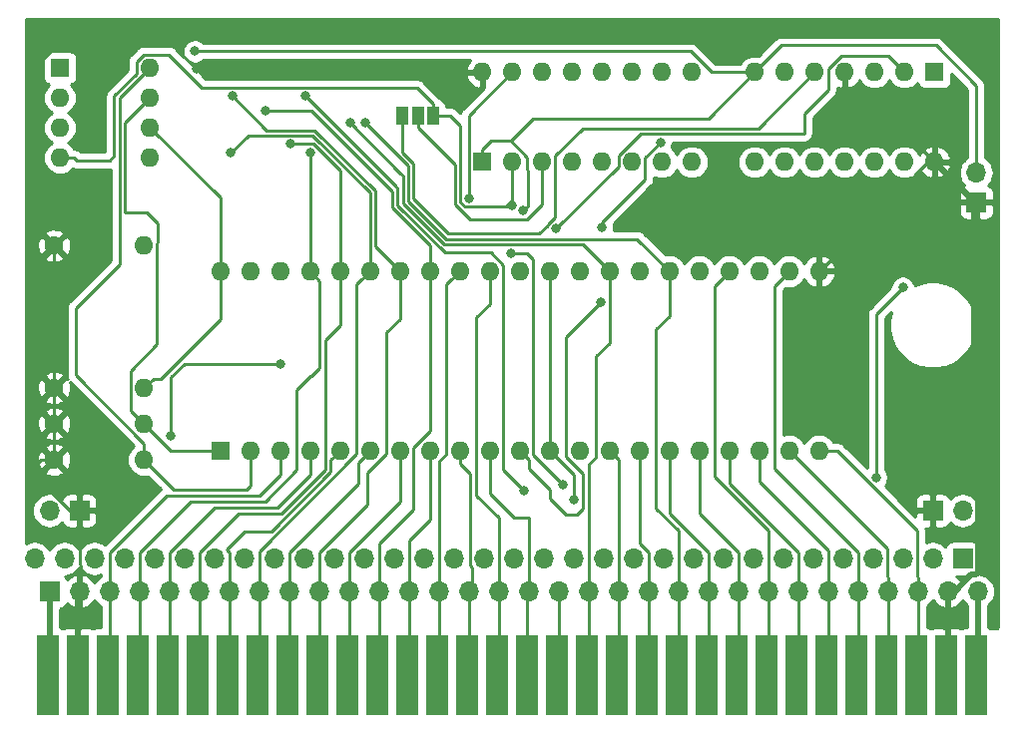
<source format=gbr>
G04 #@! TF.GenerationSoftware,KiCad,Pcbnew,(5.1.4)-1*
G04 #@! TF.CreationDate,2020-08-02T04:53:09-03:00*
G04 #@! TF.ProjectId,Cart_FeRAM,43617274-5f46-4655-9241-4d2e6b696361,rev?*
G04 #@! TF.SameCoordinates,Original*
G04 #@! TF.FileFunction,Copper,L2,Bot*
G04 #@! TF.FilePolarity,Positive*
%FSLAX46Y46*%
G04 Gerber Fmt 4.6, Leading zero omitted, Abs format (unit mm)*
G04 Created by KiCad (PCBNEW (5.1.4)-1) date 2020-08-02 04:53:09*
%MOMM*%
%LPD*%
G04 APERTURE LIST*
%ADD10R,1.600000X1.600000*%
%ADD11O,1.600000X1.600000*%
%ADD12C,1.600000*%
%ADD13R,1.000000X1.500000*%
%ADD14R,1.905000X6.858000*%
%ADD15O,1.700000X1.700000*%
%ADD16R,1.700000X1.700000*%
%ADD17C,0.800000*%
%ADD18C,0.250000*%
%ADD19C,0.500000*%
%ADD20C,0.254000*%
G04 APERTURE END LIST*
D10*
X106680000Y-90678000D03*
D11*
X157480000Y-75438000D03*
X109220000Y-90678000D03*
X154940000Y-75438000D03*
X111760000Y-90678000D03*
X152400000Y-75438000D03*
X114300000Y-90678000D03*
X149860000Y-75438000D03*
X116840000Y-90678000D03*
X147320000Y-75438000D03*
X119380000Y-90678000D03*
X144780000Y-75438000D03*
X121920000Y-90678000D03*
X142240000Y-75438000D03*
X124460000Y-90678000D03*
X139700000Y-75438000D03*
X127000000Y-90678000D03*
X137160000Y-75438000D03*
X129540000Y-90678000D03*
X134620000Y-75438000D03*
X132080000Y-90678000D03*
X132080000Y-75438000D03*
X134620000Y-90678000D03*
X129540000Y-75438000D03*
X137160000Y-90678000D03*
X127000000Y-75438000D03*
X139700000Y-90678000D03*
X124460000Y-75438000D03*
X142240000Y-90678000D03*
X121920000Y-75438000D03*
X144780000Y-90678000D03*
X119380000Y-75438000D03*
X147320000Y-90678000D03*
X116840000Y-75438000D03*
X149860000Y-90678000D03*
X114300000Y-75438000D03*
X152400000Y-90678000D03*
X111760000Y-75438000D03*
X154940000Y-90678000D03*
X109220000Y-75438000D03*
X157480000Y-90678000D03*
X106680000Y-75438000D03*
X100203000Y-73279000D03*
D12*
X92583000Y-73279000D03*
D11*
X100203000Y-85344000D03*
D12*
X92583000Y-85344000D03*
D11*
X100203000Y-88392000D03*
D12*
X92583000Y-88392000D03*
D11*
X100203000Y-91440000D03*
D12*
X92583000Y-91440000D03*
D13*
X124744000Y-62230000D03*
X123444000Y-62230000D03*
X122144000Y-62230000D03*
D10*
X93091000Y-58166000D03*
D11*
X100711000Y-65786000D03*
X93091000Y-60706000D03*
X100711000Y-63246000D03*
X93091000Y-63246000D03*
X100711000Y-60706000D03*
X93091000Y-65786000D03*
X100711000Y-58166000D03*
D14*
X99695000Y-109728000D03*
X94615000Y-109728000D03*
X92075000Y-109728000D03*
X97155000Y-109728000D03*
X102235000Y-109728000D03*
X109855000Y-109728000D03*
X112395000Y-109728000D03*
X104775000Y-109728000D03*
X107315000Y-109728000D03*
X114935000Y-109728000D03*
X122555000Y-109728000D03*
X125095000Y-109728000D03*
X117475000Y-109728000D03*
X120015000Y-109728000D03*
X127635000Y-109728000D03*
X130175000Y-109728000D03*
X135255000Y-109728000D03*
X140335000Y-109728000D03*
X137795000Y-109728000D03*
X132715000Y-109728000D03*
X142875000Y-109728000D03*
X145415000Y-109728000D03*
X168275000Y-109728000D03*
X160655000Y-109728000D03*
X163195000Y-109728000D03*
X165735000Y-109728000D03*
X170815000Y-109728000D03*
X147955000Y-109728000D03*
X150495000Y-109728000D03*
X153035000Y-109728000D03*
X155575000Y-109728000D03*
X158115000Y-109728000D03*
D15*
X169672000Y-95758000D03*
D16*
X167132000Y-95758000D03*
D15*
X92202000Y-95758000D03*
D16*
X94742000Y-95758000D03*
D15*
X170815000Y-67056000D03*
D16*
X170815000Y-69596000D03*
D10*
X167259000Y-58547000D03*
D11*
X152019000Y-66167000D03*
X164719000Y-58547000D03*
X154559000Y-66167000D03*
X162179000Y-58547000D03*
X157099000Y-66167000D03*
X159639000Y-58547000D03*
X159639000Y-66167000D03*
X157099000Y-58547000D03*
X162179000Y-66167000D03*
X154559000Y-58547000D03*
X164719000Y-66167000D03*
X152019000Y-58547000D03*
X167259000Y-66167000D03*
D16*
X92202000Y-102616000D03*
D15*
X94742000Y-102616000D03*
X97282000Y-102616000D03*
X99822000Y-102616000D03*
X102362000Y-102616000D03*
X104902000Y-102616000D03*
X107442000Y-102616000D03*
X109982000Y-102616000D03*
X112522000Y-102616000D03*
X115062000Y-102616000D03*
X117602000Y-102616000D03*
X120142000Y-102616000D03*
X122682000Y-102616000D03*
X125222000Y-102616000D03*
X127762000Y-102616000D03*
X130302000Y-102616000D03*
X132842000Y-102616000D03*
X135382000Y-102616000D03*
X137922000Y-102616000D03*
X140462000Y-102616000D03*
X143002000Y-102616000D03*
X145542000Y-102616000D03*
X148082000Y-102616000D03*
X150622000Y-102616000D03*
X153162000Y-102616000D03*
X155702000Y-102616000D03*
X158242000Y-102616000D03*
X160782000Y-102616000D03*
X163322000Y-102616000D03*
X165862000Y-102616000D03*
X168402000Y-102616000D03*
X170942000Y-102616000D03*
X90932000Y-99822000D03*
X93472000Y-99822000D03*
X96012000Y-99822000D03*
X98552000Y-99822000D03*
X101092000Y-99822000D03*
X103632000Y-99822000D03*
X106172000Y-99822000D03*
X108712000Y-99822000D03*
X111252000Y-99822000D03*
X113792000Y-99822000D03*
X116332000Y-99822000D03*
X118872000Y-99822000D03*
X121412000Y-99822000D03*
X123952000Y-99822000D03*
X126492000Y-99822000D03*
X129032000Y-99822000D03*
X131572000Y-99822000D03*
X134112000Y-99822000D03*
X136652000Y-99822000D03*
X139192000Y-99822000D03*
X141732000Y-99822000D03*
X144272000Y-99822000D03*
X146812000Y-99822000D03*
X149352000Y-99822000D03*
X151892000Y-99822000D03*
X154432000Y-99822000D03*
X156972000Y-99822000D03*
X159512000Y-99822000D03*
X162052000Y-99822000D03*
X164592000Y-99822000D03*
X167132000Y-99822000D03*
D16*
X169672000Y-99822000D03*
D10*
X128905000Y-66167000D03*
D11*
X146685000Y-58547000D03*
X131445000Y-66167000D03*
X144145000Y-58547000D03*
X133985000Y-66167000D03*
X141605000Y-58547000D03*
X136525000Y-66167000D03*
X139065000Y-58547000D03*
X139065000Y-66167000D03*
X136525000Y-58547000D03*
X141605000Y-66167000D03*
X133985000Y-58547000D03*
X144145000Y-66167000D03*
X131445000Y-58547000D03*
X146685000Y-66167000D03*
X128905000Y-58547000D03*
D17*
X111760000Y-83312000D03*
X102489000Y-89408000D03*
X113919000Y-60579000D03*
X132461000Y-94107000D03*
X135763000Y-93599000D03*
X131318000Y-73877000D03*
X127779999Y-69232999D03*
X164592000Y-76835000D03*
X162310653Y-92959347D03*
X104521000Y-56769000D03*
X136652000Y-94869000D03*
X132391437Y-70300563D03*
X114300000Y-65405000D03*
X104648000Y-58293000D03*
X107569000Y-65405000D03*
X112649000Y-64643000D03*
X107696000Y-60579000D03*
X110490000Y-61849000D03*
X135198501Y-71811499D03*
X117729000Y-62865000D03*
X118999000Y-62865000D03*
X139065000Y-71755000D03*
X138938000Y-78105000D03*
X144018000Y-64479000D03*
X131445000Y-69824019D03*
D18*
X111760000Y-83312000D02*
X108966000Y-83312000D01*
X108966000Y-83312000D02*
X108400315Y-83312000D01*
X108400315Y-83312000D02*
X103632000Y-83312000D01*
X103632000Y-83312000D02*
X102489000Y-84455000D01*
X102489000Y-84455000D02*
X102489000Y-89408000D01*
X109220000Y-90678000D02*
X109220000Y-93656990D01*
X109220000Y-93656990D02*
X108896990Y-93980000D01*
X102743000Y-93980000D02*
X100203000Y-91440000D01*
X108896990Y-93980000D02*
X102743000Y-93980000D01*
X94416999Y-84271001D02*
X94416999Y-78557001D01*
X100203000Y-91440000D02*
X100203000Y-90057002D01*
X100203000Y-90057002D02*
X94416999Y-84271001D01*
X98138989Y-60738011D02*
X100392795Y-58484205D01*
X94416999Y-78557001D02*
X98138989Y-74835011D01*
X98138989Y-74835011D02*
X98138989Y-60738011D01*
X102489000Y-90678000D02*
X100203000Y-88392000D01*
X106680000Y-90678000D02*
X102489000Y-90678000D01*
X99077999Y-87266999D02*
X100203000Y-88392000D01*
X99077999Y-83893003D02*
X99077999Y-87266999D01*
X101328001Y-81643001D02*
X99077999Y-83893003D01*
X101328001Y-73042999D02*
X101328001Y-81643001D01*
X100711000Y-60706000D02*
X98588999Y-62828001D01*
X98588999Y-62828001D02*
X98588999Y-70452001D01*
X98588999Y-70452001D02*
X100424001Y-70452001D01*
X101346000Y-71374000D02*
X101346000Y-73025000D01*
X100424001Y-70452001D02*
X101346000Y-71374000D01*
X101346000Y-73025000D02*
X101328001Y-73042999D01*
X106680000Y-69215000D02*
X100711000Y-63246000D01*
X106680000Y-75438000D02*
X106680000Y-69215000D01*
X101002999Y-84544001D02*
X101637999Y-84544001D01*
X100203000Y-85344000D02*
X101002999Y-84544001D01*
X106680000Y-79502000D02*
X106680000Y-75438000D01*
X101637999Y-84544001D02*
X106680000Y-79502000D01*
X121602500Y-68262500D02*
X113919000Y-60579000D01*
X121735010Y-68395010D02*
X121602500Y-68262500D01*
X132461000Y-94107000D02*
X130665001Y-92311001D01*
X130665001Y-92311001D02*
X130665001Y-74897999D01*
X130665001Y-74897999D02*
X129617502Y-73850500D01*
X129617502Y-73850500D02*
X125727732Y-73850500D01*
X125727732Y-73850500D02*
X121735010Y-69857778D01*
X121735010Y-69857778D02*
X121735010Y-68395010D01*
X132695462Y-73877000D02*
X131318000Y-73877000D01*
X133205001Y-74386539D02*
X132695462Y-73877000D01*
X135763000Y-93599000D02*
X133205001Y-91041001D01*
X133205001Y-91041001D02*
X133205001Y-74386539D01*
X127779999Y-62212001D02*
X131445000Y-58547000D01*
X127779999Y-69232999D02*
X127779999Y-62212001D01*
X164592000Y-76835000D02*
X162310653Y-79116347D01*
X162310653Y-79116347D02*
X162310653Y-92959347D01*
X134620000Y-76569370D02*
X134620000Y-90678000D01*
X132715000Y-65771998D02*
X131332002Y-64389000D01*
X132715000Y-66802000D02*
X132715000Y-65771998D01*
X128905000Y-65117000D02*
X128905000Y-66167000D01*
X129633000Y-64389000D02*
X128905000Y-65117000D01*
X131332002Y-64389000D02*
X129633000Y-64389000D01*
X131332002Y-64389000D02*
X133237002Y-62484000D01*
X148082000Y-62484000D02*
X152019000Y-58547000D01*
X133237002Y-62484000D02*
X148082000Y-62484000D01*
D19*
X170942000Y-109601001D02*
X170815001Y-109728000D01*
X170942000Y-102616000D02*
X170942000Y-109601001D01*
X92202000Y-109601001D02*
X92075001Y-109728000D01*
X92202000Y-102616000D02*
X92202000Y-109601001D01*
D18*
X170815000Y-67056000D02*
X170815000Y-59690000D01*
X170815000Y-59690000D02*
X167386000Y-56261000D01*
X154305000Y-56261000D02*
X152019000Y-58547000D01*
X167386000Y-56261000D02*
X154305000Y-56261000D01*
X148350002Y-58547000D02*
X146572002Y-56769000D01*
X152019000Y-58547000D02*
X148350002Y-58547000D01*
X146572002Y-56769000D02*
X104521000Y-56769000D01*
X135382000Y-109601001D02*
X135255001Y-109728000D01*
X135382000Y-102616000D02*
X135382000Y-109601001D01*
X136652000Y-92710000D02*
X134620000Y-90678000D01*
X136652000Y-94869000D02*
X136652000Y-92710000D01*
X132791436Y-66878436D02*
X132715000Y-66802000D01*
X132791436Y-69900564D02*
X132791436Y-66878436D01*
X132391437Y-70300563D02*
X132791436Y-69900564D01*
X134620000Y-75438000D02*
X134620000Y-76569370D01*
X99822000Y-109601001D02*
X99695001Y-109728000D01*
X99822000Y-102616000D02*
X99822000Y-109601001D01*
X99822000Y-99352998D02*
X104178998Y-94996000D01*
X99822000Y-102616000D02*
X99822000Y-99352998D01*
X104178998Y-94996000D02*
X110490000Y-94996000D01*
X113174999Y-92311001D02*
X113174999Y-85488999D01*
X110490000Y-94996000D02*
X113174999Y-92311001D01*
X113174999Y-85488999D02*
X114300000Y-84363998D01*
X114300000Y-75438000D02*
X114300000Y-65405000D01*
X114391002Y-84363998D02*
X115119990Y-83635010D01*
X114300000Y-84363998D02*
X114391002Y-84363998D01*
X115119990Y-76257990D02*
X114300000Y-75438000D01*
X115119990Y-83635010D02*
X115119990Y-76257990D01*
D19*
X168402000Y-109601001D02*
X168275001Y-109728000D01*
X168402000Y-102616000D02*
X168402000Y-109601001D01*
X94615001Y-102742999D02*
X94742000Y-102616000D01*
X94615001Y-109728000D02*
X94615001Y-102742999D01*
X170972001Y-101032001D02*
X170972001Y-89438001D01*
X170785002Y-101219000D02*
X170972001Y-101032001D01*
X170414998Y-101219000D02*
X170785002Y-101219000D01*
X168402000Y-102616000D02*
X169017998Y-102616000D01*
X169017998Y-102616000D02*
X170414998Y-101219000D01*
X168058999Y-66966999D02*
X167259000Y-66167000D01*
X170630002Y-69538002D02*
X168058999Y-66966999D01*
X170630002Y-89096002D02*
X170630002Y-69538002D01*
X170972001Y-89438001D02*
X170630002Y-89096002D01*
D18*
X128905000Y-58547000D02*
X104902000Y-58547000D01*
X104902000Y-58547000D02*
X104648000Y-58293000D01*
X166751000Y-66167000D02*
X167259000Y-66167000D01*
X157480000Y-75438000D02*
X166751000Y-66167000D01*
X159639000Y-59678370D02*
X164095630Y-64135000D01*
X159639000Y-58547000D02*
X159639000Y-59678370D01*
X165227000Y-64135000D02*
X167259000Y-66167000D01*
X164095630Y-64135000D02*
X165227000Y-64135000D01*
X94742000Y-95758000D02*
X93941002Y-95758000D01*
X91059000Y-92875998D02*
X92246001Y-94062999D01*
X93941002Y-95758000D02*
X92246001Y-94062999D01*
X92246001Y-94062999D02*
X92075000Y-93891998D01*
X94869000Y-102489000D02*
X94742000Y-102616000D01*
X94869000Y-100457000D02*
X94869000Y-102489000D01*
X94742000Y-95758000D02*
X94742000Y-100330000D01*
X94742000Y-100330000D02*
X94869000Y-100457000D01*
X92583000Y-90308630D02*
X92583000Y-88392000D01*
X92583000Y-91440000D02*
X92583000Y-90308630D01*
X92583000Y-88392000D02*
X92583000Y-85344000D01*
X92583000Y-85344000D02*
X92583000Y-84212630D01*
X102489000Y-56134000D02*
X104648000Y-58293000D01*
X92937998Y-56134000D02*
X102489000Y-56134000D01*
X91059000Y-72009000D02*
X91059000Y-58012998D01*
X91059000Y-58012998D02*
X92937998Y-56134000D01*
X92583000Y-75057000D02*
X92583000Y-73279000D01*
X92583000Y-84212630D02*
X92583000Y-75057000D01*
X91059000Y-91832630D02*
X91059000Y-92075000D01*
X91451630Y-91440000D02*
X91059000Y-91832630D01*
X92583000Y-91440000D02*
X91451630Y-91440000D01*
X91059000Y-72009000D02*
X91059000Y-92075000D01*
X91059000Y-92075000D02*
X91059000Y-92875998D01*
X97282000Y-109601001D02*
X97155001Y-109728000D01*
X97282000Y-102616000D02*
X97282000Y-109601001D01*
X97282000Y-99352998D02*
X102146998Y-94488000D01*
X97282000Y-102616000D02*
X97282000Y-99352998D01*
X102146998Y-94488000D02*
X109982000Y-94488000D01*
X111760000Y-92710000D02*
X111760000Y-90678000D01*
X109982000Y-94488000D02*
X111760000Y-92710000D01*
X102362000Y-109601001D02*
X102235001Y-109728000D01*
X102362000Y-102616000D02*
X102362000Y-109601001D01*
X102362000Y-99352998D02*
X106210998Y-95504000D01*
X102362000Y-102616000D02*
X102362000Y-99352998D01*
X106210998Y-95504000D02*
X111506000Y-95504000D01*
X114300000Y-92710000D02*
X114300000Y-90678000D01*
X111506000Y-95504000D02*
X114300000Y-92710000D01*
X109982000Y-109601001D02*
X109855001Y-109728000D01*
X109982000Y-102616000D02*
X109982000Y-109601001D01*
X118580001Y-76237999D02*
X119380000Y-75438000D01*
X118254999Y-76563001D02*
X118580001Y-76237999D01*
X118254999Y-90928003D02*
X118254999Y-76563001D01*
X109982000Y-99201002D02*
X118254999Y-90928003D01*
X109982000Y-102616000D02*
X109982000Y-99201002D01*
X109056001Y-63917999D02*
X107569000Y-65405000D01*
X114522411Y-63917999D02*
X109056001Y-63917999D01*
X119380000Y-75438000D02*
X119380000Y-68775588D01*
X119380000Y-68775588D02*
X114522411Y-63917999D01*
X112522000Y-109601001D02*
X112395001Y-109728000D01*
X112522000Y-102616000D02*
X112522000Y-109601001D01*
X119380000Y-90678000D02*
X118364000Y-91694000D01*
X112522000Y-101413919D02*
X112522000Y-102616000D01*
X112522000Y-99314000D02*
X112522000Y-101413919D01*
X118364000Y-93472000D02*
X112522000Y-99314000D01*
X118364000Y-91694000D02*
X118364000Y-93472000D01*
X104902000Y-109601001D02*
X104775001Y-109728000D01*
X104902000Y-102616000D02*
X104902000Y-109601001D01*
X108242998Y-96012000D02*
X111885590Y-96012000D01*
X104902000Y-102616000D02*
X104902000Y-99352998D01*
X104902000Y-99352998D02*
X108242998Y-96012000D01*
X111885590Y-96012000D02*
X115570000Y-92327590D01*
X115570000Y-92327590D02*
X115570000Y-81280000D01*
X115570000Y-81280000D02*
X116840000Y-80010000D01*
X116840000Y-80010000D02*
X116840000Y-75438000D01*
X114611002Y-64643000D02*
X112649000Y-64643000D01*
X116840000Y-75438000D02*
X116840000Y-66871998D01*
X116840000Y-66871998D02*
X114611002Y-64643000D01*
X107442000Y-109601001D02*
X107315001Y-109728000D01*
X107442000Y-102616000D02*
X107442000Y-109601001D01*
X116040001Y-91477999D02*
X116040001Y-92493999D01*
X116840000Y-90678000D02*
X116040001Y-91477999D01*
X116040001Y-92493999D02*
X110998000Y-97536000D01*
X110998000Y-97536000D02*
X108712000Y-97536000D01*
X107442000Y-101413919D02*
X107442000Y-102616000D01*
X107442000Y-99352998D02*
X107442000Y-101413919D01*
X107188000Y-99098998D02*
X107442000Y-99352998D01*
X107188000Y-99060000D02*
X107188000Y-99098998D01*
X108712000Y-97536000D02*
X107188000Y-99060000D01*
X115062000Y-109601001D02*
X114935001Y-109728000D01*
X115062000Y-102616000D02*
X115062000Y-109601001D01*
X115062000Y-99352998D02*
X119164998Y-95250000D01*
X115062000Y-102616000D02*
X115062000Y-99352998D01*
X120794999Y-90928003D02*
X120794999Y-80627001D01*
X119164998Y-95250000D02*
X119164998Y-92558004D01*
X119164998Y-92558004D02*
X120794999Y-90928003D01*
X121920000Y-79502000D02*
X121920000Y-75438000D01*
X120794999Y-80627001D02*
X121920000Y-79502000D01*
X110584989Y-63467989D02*
X107696000Y-60579000D01*
X114708811Y-63467989D02*
X110584989Y-63467989D01*
X119830009Y-68589187D02*
X114708811Y-63467989D01*
X121920000Y-75438000D02*
X119830009Y-73348009D01*
X119830009Y-73348009D02*
X119830009Y-68589187D01*
X122682000Y-109601001D02*
X122555001Y-109728000D01*
X122682000Y-102616000D02*
X122682000Y-109601001D01*
X122682000Y-98298000D02*
X122682000Y-102616000D01*
X124460000Y-90678000D02*
X124460000Y-96520000D01*
X124460000Y-96520000D02*
X122682000Y-98298000D01*
X125222000Y-109601001D02*
X125095001Y-109728000D01*
X125222000Y-102616000D02*
X125222000Y-109601001D01*
X125222000Y-91581002D02*
X125874999Y-90928003D01*
X125222000Y-102616000D02*
X125222000Y-91581002D01*
X125874999Y-90928003D02*
X125874999Y-76563001D01*
X126200001Y-76237999D02*
X127000000Y-75438000D01*
X125874999Y-76563001D02*
X126200001Y-76237999D01*
X117602000Y-109601001D02*
X117475001Y-109728000D01*
X117602000Y-102616000D02*
X117602000Y-109601001D01*
X121920000Y-94996000D02*
X121920000Y-90678000D01*
X117602000Y-102616000D02*
X117602000Y-99314000D01*
X117602000Y-99314000D02*
X121920000Y-94996000D01*
X120142000Y-109601001D02*
X120015001Y-109728000D01*
X120142000Y-102616000D02*
X120142000Y-109601001D01*
X123045001Y-90427997D02*
X123045001Y-95648999D01*
X124460000Y-75438000D02*
X124460000Y-89012998D01*
X124460000Y-89012998D02*
X123045001Y-90427997D01*
X120142000Y-98552000D02*
X120142000Y-102616000D01*
X123045001Y-95648999D02*
X120142000Y-98552000D01*
X124460000Y-73219178D02*
X121285000Y-70044178D01*
X124460000Y-75438000D02*
X124460000Y-73219178D01*
X121285000Y-70044178D02*
X121285000Y-68707000D01*
X121285000Y-68707000D02*
X114427000Y-61849000D01*
X114427000Y-61849000D02*
X110490000Y-61849000D01*
X127762000Y-109601001D02*
X127635001Y-109728000D01*
X127762000Y-102616000D02*
X127762000Y-109601001D01*
X128016000Y-102362000D02*
X127762000Y-102616000D01*
X128016000Y-100545002D02*
X128016000Y-102362000D01*
X127856999Y-100386001D02*
X128016000Y-100545002D01*
X127856999Y-92666369D02*
X127856999Y-100386001D01*
X127000000Y-90678000D02*
X127000000Y-91809370D01*
X127000000Y-91809370D02*
X127856999Y-92666369D01*
X130302000Y-109601001D02*
X130175001Y-109728000D01*
X130302000Y-102616000D02*
X130302000Y-109601001D01*
X129540000Y-78232000D02*
X129540000Y-75438000D01*
X128414999Y-79357001D02*
X129540000Y-78232000D01*
X128414999Y-94505999D02*
X128414999Y-79357001D01*
X130302000Y-102616000D02*
X130302000Y-96393000D01*
X130302000Y-96393000D02*
X128414999Y-94505999D01*
X140462000Y-109601001D02*
X140335001Y-109728000D01*
X140462000Y-102616000D02*
X140462000Y-109601001D01*
X140462000Y-91440000D02*
X139700000Y-90678000D01*
X140462000Y-102616000D02*
X140462000Y-91440000D01*
X142352998Y-63754000D02*
X140479999Y-65626999D01*
X140479999Y-65626999D02*
X140479999Y-66530001D01*
X140479999Y-66530001D02*
X135198501Y-71811499D01*
X156210000Y-63754000D02*
X156210000Y-62103000D01*
X156210000Y-63754000D02*
X142352998Y-63754000D01*
X156210000Y-62103000D02*
X158242000Y-60071000D01*
X158242000Y-58278998D02*
X159370998Y-57150000D01*
X158242000Y-60071000D02*
X158242000Y-58278998D01*
X163322000Y-57150000D02*
X164719000Y-58547000D01*
X159370998Y-57150000D02*
X163322000Y-57150000D01*
X137922000Y-109601001D02*
X137795001Y-109728000D01*
X137922000Y-102616000D02*
X137922000Y-109601001D01*
X138574999Y-91218001D02*
X138574999Y-82659001D01*
X137922000Y-102616000D02*
X137922000Y-91871000D01*
X137922000Y-91871000D02*
X138574999Y-91218001D01*
X138574999Y-82659001D02*
X139700000Y-81534000D01*
X139700000Y-81534000D02*
X139700000Y-75438000D01*
X121983500Y-67119500D02*
X117729000Y-62865000D01*
X122185020Y-67321020D02*
X121983500Y-67119500D01*
X122185020Y-69671378D02*
X122185020Y-67321020D01*
X125665642Y-73152000D02*
X122185020Y-69671378D01*
X137414000Y-73152000D02*
X125665642Y-73152000D01*
X139700000Y-75438000D02*
X137414000Y-73152000D01*
X132715001Y-102742999D02*
X132842000Y-102616000D01*
X132715001Y-109728000D02*
X132715001Y-102742999D01*
X132842000Y-96393000D02*
X131572000Y-96393000D01*
X132842000Y-102616000D02*
X132842000Y-96393000D01*
X129540000Y-94361000D02*
X129540000Y-90678000D01*
X131572000Y-96393000D02*
X129540000Y-94361000D01*
X143002000Y-109601001D02*
X142875001Y-109728000D01*
X143002000Y-102616000D02*
X143002000Y-109601001D01*
X143002000Y-101413919D02*
X143002000Y-102616000D01*
X143002000Y-99352998D02*
X143002000Y-101413919D01*
X142240000Y-98590998D02*
X143002000Y-99352998D01*
X142240000Y-90678000D02*
X142240000Y-98590998D01*
X145542000Y-109601001D02*
X145415001Y-109728000D01*
X145542000Y-102616000D02*
X145542000Y-109601001D01*
X143654999Y-95562407D02*
X143654999Y-80373001D01*
X145542000Y-102616000D02*
X145542000Y-97449408D01*
X145542000Y-97449408D02*
X143654999Y-95562407D01*
X144780000Y-79248000D02*
X144780000Y-75438000D01*
X143654999Y-80373001D02*
X144780000Y-79248000D01*
X122555000Y-66421000D02*
X118999000Y-62865000D01*
X122635030Y-66501030D02*
X122555000Y-66421000D01*
X122635030Y-69484978D02*
X122635030Y-66501030D01*
X125852042Y-72701990D02*
X122635030Y-69484978D01*
X142043990Y-72701990D02*
X125852042Y-72701990D01*
X144780000Y-75438000D02*
X142043990Y-72701990D01*
X160782000Y-109601001D02*
X160655001Y-109728000D01*
X160782000Y-102616000D02*
X160782000Y-109601001D01*
X160782000Y-99352998D02*
X153670000Y-92240998D01*
X160782000Y-102616000D02*
X160782000Y-99352998D01*
X153670000Y-76708000D02*
X154940000Y-75438000D01*
X153670000Y-92240998D02*
X153670000Y-76708000D01*
X163322000Y-109601001D02*
X163195001Y-109728000D01*
X163322000Y-102616000D02*
X163322000Y-109601001D01*
X163227001Y-98965001D02*
X154940000Y-90678000D01*
X163227001Y-101318920D02*
X163227001Y-98965001D01*
X163322000Y-102616000D02*
X163322000Y-101413919D01*
X163322000Y-101413919D02*
X163227001Y-101318920D01*
X165862000Y-109601001D02*
X165735001Y-109728000D01*
X165862000Y-102616000D02*
X165862000Y-109601001D01*
X165767001Y-101318920D02*
X165767001Y-97441001D01*
X165862000Y-102616000D02*
X165862000Y-101413919D01*
X165862000Y-101413919D02*
X165767001Y-101318920D01*
X159004000Y-90678000D02*
X157480000Y-90678000D01*
X165767001Y-97441001D02*
X159004000Y-90678000D01*
X148082000Y-109601001D02*
X147955001Y-109728000D01*
X148082000Y-102616000D02*
X148082000Y-109601001D01*
X144780000Y-91809370D02*
X144780000Y-90678000D01*
X144780000Y-96050998D02*
X144780000Y-91809370D01*
X148082000Y-99352998D02*
X144780000Y-96050998D01*
X148082000Y-102616000D02*
X148082000Y-99352998D01*
X150622000Y-109601001D02*
X150495001Y-109728000D01*
X150622000Y-102616000D02*
X150622000Y-109601001D01*
X150622000Y-101413919D02*
X150622000Y-102616000D01*
X150622000Y-99314000D02*
X150622000Y-101413919D01*
X147320000Y-96012000D02*
X150622000Y-99314000D01*
X147320000Y-90678000D02*
X147320000Y-96012000D01*
X153162000Y-109601001D02*
X153035001Y-109728000D01*
X153162000Y-102616000D02*
X153162000Y-109601001D01*
X148590000Y-76708000D02*
X149860000Y-75438000D01*
X148590000Y-92877408D02*
X148590000Y-76708000D01*
X153162000Y-102616000D02*
X153162000Y-97449408D01*
X153162000Y-97449408D02*
X148590000Y-92877408D01*
X155702000Y-109601001D02*
X155575001Y-109728000D01*
X155702000Y-102616000D02*
X155702000Y-109601001D01*
X149860000Y-91809370D02*
X149860000Y-90678000D01*
X149860000Y-93510998D02*
X149860000Y-91809370D01*
X155702000Y-99352998D02*
X149860000Y-93510998D01*
X155702000Y-102616000D02*
X155702000Y-99352998D01*
X158242000Y-109601001D02*
X158115001Y-109728000D01*
X158242000Y-102616000D02*
X158242000Y-109601001D01*
X158242000Y-101413919D02*
X158242000Y-102616000D01*
X158242000Y-99163000D02*
X158242000Y-101413919D01*
X152400000Y-93321000D02*
X158242000Y-99163000D01*
X152400000Y-90678000D02*
X152400000Y-93321000D01*
X142494000Y-67843980D02*
X139065000Y-71272980D01*
X139065000Y-71272980D02*
X139065000Y-71755000D01*
X142730001Y-65766999D02*
X144018000Y-64479000D01*
X142494000Y-67843980D02*
X142730001Y-67607979D01*
X142730001Y-67607979D02*
X142730001Y-65766999D01*
X138557000Y-78486000D02*
X138938000Y-78105000D01*
X136034999Y-91218001D02*
X136034999Y-81008001D01*
X137471990Y-92654992D02*
X136034999Y-91218001D01*
X136034999Y-81008001D02*
X138557000Y-78486000D01*
X137471990Y-95573010D02*
X137471990Y-92654992D01*
X136906000Y-96139000D02*
X137471990Y-95573010D01*
X132080000Y-90678000D02*
X132879999Y-91477999D01*
X132879999Y-91477999D02*
X132879999Y-92239999D01*
X132879999Y-92239999D02*
X134620000Y-93980000D01*
X134620000Y-93980000D02*
X134620000Y-94742000D01*
X134620000Y-94742000D02*
X136017000Y-96139000D01*
X136017000Y-96139000D02*
X136906000Y-96139000D01*
X133985000Y-69780002D02*
X133985000Y-67298370D01*
X132739438Y-71025564D02*
X133985000Y-69780002D01*
X127863152Y-71025564D02*
X132739438Y-71025564D01*
X126604989Y-69767401D02*
X127863152Y-71025564D01*
X133985000Y-67298370D02*
X133985000Y-66167000D01*
X126604988Y-66390988D02*
X126604989Y-69767401D01*
X123444000Y-63230000D02*
X126604988Y-66390988D01*
X123444000Y-62230000D02*
X123444000Y-63230000D01*
X122144000Y-65373590D02*
X122144000Y-62230000D01*
X123085040Y-69298578D02*
X123085040Y-66314630D01*
X126038442Y-72251980D02*
X123085040Y-69298578D01*
X133742020Y-72251980D02*
X126038442Y-72251980D01*
X134473500Y-71520500D02*
X133742020Y-72251980D01*
X152342010Y-63303990D02*
X137433010Y-63303990D01*
X157099000Y-58547000D02*
X152342010Y-63303990D01*
X137433010Y-63303990D02*
X135110001Y-65626999D01*
X135110001Y-65626999D02*
X135110001Y-70826997D01*
X123085040Y-66314630D02*
X122144000Y-65373590D01*
X135110001Y-70826997D02*
X134473500Y-71463498D01*
X134473500Y-71463498D02*
X134473500Y-71520500D01*
X127054998Y-69581000D02*
X127054998Y-63064002D01*
X127431998Y-69958000D02*
X127054998Y-69581000D01*
X130956000Y-69958000D02*
X127431998Y-69958000D01*
X131445000Y-69469000D02*
X130956000Y-69958000D01*
X131445000Y-69469000D02*
X131445000Y-66167000D01*
X126220996Y-62230000D02*
X124744000Y-62230000D01*
X127054998Y-63064002D02*
X126220996Y-62230000D01*
X131445000Y-69469000D02*
X131445000Y-69824019D01*
X94222370Y-65786000D02*
X94476370Y-66040000D01*
X93091000Y-65786000D02*
X94222370Y-65786000D01*
X94476370Y-66040000D02*
X97282000Y-66040000D01*
X97688979Y-65633021D02*
X97688980Y-60551610D01*
X97282000Y-66040000D02*
X97688979Y-65633021D01*
X123367999Y-59853999D02*
X124744000Y-61230000D01*
X105135997Y-59853999D02*
X123367999Y-59853999D01*
X124744000Y-61230000D02*
X124744000Y-62230000D01*
X102322997Y-57040999D02*
X105135997Y-59853999D01*
X100170999Y-57040999D02*
X102322997Y-57040999D01*
X99585999Y-57625999D02*
X100170999Y-57040999D01*
X99585999Y-58654591D02*
X99585999Y-57625999D01*
X97688980Y-60551610D02*
X99585999Y-58654591D01*
D20*
G36*
X172695002Y-105536300D02*
G01*
X172647599Y-105624985D01*
X172604027Y-105768622D01*
X172601823Y-105791000D01*
X172149456Y-105791000D01*
X172121994Y-105768463D01*
X172011680Y-105709498D01*
X171891982Y-105673188D01*
X171827000Y-105666788D01*
X171827000Y-103810759D01*
X171997134Y-103671134D01*
X172182706Y-103445014D01*
X172320599Y-103187034D01*
X172405513Y-102907111D01*
X172434185Y-102616000D01*
X172405513Y-102324889D01*
X172320599Y-102044966D01*
X172182706Y-101786986D01*
X171997134Y-101560866D01*
X171771014Y-101375294D01*
X171513034Y-101237401D01*
X171233111Y-101152487D01*
X171014950Y-101131000D01*
X170963662Y-101131000D01*
X170973185Y-101123185D01*
X171052537Y-101026494D01*
X171111502Y-100916180D01*
X171147812Y-100796482D01*
X171160072Y-100672000D01*
X171160072Y-98972000D01*
X171147812Y-98847518D01*
X171111502Y-98727820D01*
X171052537Y-98617506D01*
X170973185Y-98520815D01*
X170876494Y-98441463D01*
X170766180Y-98382498D01*
X170646482Y-98346188D01*
X170522000Y-98333928D01*
X168822000Y-98333928D01*
X168697518Y-98346188D01*
X168577820Y-98382498D01*
X168467506Y-98441463D01*
X168370815Y-98520815D01*
X168291463Y-98617506D01*
X168232498Y-98727820D01*
X168211607Y-98796687D01*
X168187134Y-98766866D01*
X167961014Y-98581294D01*
X167703034Y-98443401D01*
X167423111Y-98358487D01*
X167204950Y-98337000D01*
X167059050Y-98337000D01*
X166840889Y-98358487D01*
X166560966Y-98443401D01*
X166527001Y-98461556D01*
X166527001Y-97478326D01*
X166530677Y-97441001D01*
X166527001Y-97403676D01*
X166527001Y-97403668D01*
X166516004Y-97292015D01*
X166501705Y-97244876D01*
X166846250Y-97243000D01*
X167005000Y-97084250D01*
X167005000Y-95885000D01*
X165805750Y-95885000D01*
X165647000Y-96043750D01*
X165645904Y-96245102D01*
X164308802Y-94908000D01*
X165643928Y-94908000D01*
X165647000Y-95472250D01*
X165805750Y-95631000D01*
X167005000Y-95631000D01*
X167005000Y-94431750D01*
X167259000Y-94431750D01*
X167259000Y-95631000D01*
X167279000Y-95631000D01*
X167279000Y-95885000D01*
X167259000Y-95885000D01*
X167259000Y-97084250D01*
X167417750Y-97243000D01*
X167982000Y-97246072D01*
X168106482Y-97233812D01*
X168226180Y-97197502D01*
X168336494Y-97138537D01*
X168433185Y-97059185D01*
X168512537Y-96962494D01*
X168571502Y-96852180D01*
X168592393Y-96783313D01*
X168616866Y-96813134D01*
X168842986Y-96998706D01*
X169100966Y-97136599D01*
X169380889Y-97221513D01*
X169599050Y-97243000D01*
X169744950Y-97243000D01*
X169963111Y-97221513D01*
X170243034Y-97136599D01*
X170501014Y-96998706D01*
X170727134Y-96813134D01*
X170912706Y-96587014D01*
X171050599Y-96329034D01*
X171135513Y-96049111D01*
X171164185Y-95758000D01*
X171135513Y-95466889D01*
X171050599Y-95186966D01*
X170912706Y-94928986D01*
X170727134Y-94702866D01*
X170501014Y-94517294D01*
X170243034Y-94379401D01*
X169963111Y-94294487D01*
X169744950Y-94273000D01*
X169599050Y-94273000D01*
X169380889Y-94294487D01*
X169100966Y-94379401D01*
X168842986Y-94517294D01*
X168616866Y-94702866D01*
X168592393Y-94732687D01*
X168571502Y-94663820D01*
X168512537Y-94553506D01*
X168433185Y-94456815D01*
X168336494Y-94377463D01*
X168226180Y-94318498D01*
X168106482Y-94282188D01*
X167982000Y-94269928D01*
X167417750Y-94273000D01*
X167259000Y-94431750D01*
X167005000Y-94431750D01*
X166846250Y-94273000D01*
X166282000Y-94269928D01*
X166157518Y-94282188D01*
X166037820Y-94318498D01*
X165927506Y-94377463D01*
X165830815Y-94456815D01*
X165751463Y-94553506D01*
X165692498Y-94663820D01*
X165656188Y-94783518D01*
X165643928Y-94908000D01*
X164308802Y-94908000D01*
X163067256Y-93666455D01*
X163114590Y-93619121D01*
X163227858Y-93449603D01*
X163305879Y-93261245D01*
X163345653Y-93061286D01*
X163345653Y-92857408D01*
X163305879Y-92657449D01*
X163227858Y-92469091D01*
X163114590Y-92299573D01*
X163070653Y-92255636D01*
X163070653Y-79431148D01*
X163607820Y-78893981D01*
X163590536Y-78935709D01*
X163449000Y-79647256D01*
X163449000Y-80372744D01*
X163590536Y-81084291D01*
X163868168Y-81754554D01*
X164271227Y-82357775D01*
X164784225Y-82870773D01*
X165387446Y-83273832D01*
X166057709Y-83551464D01*
X166769256Y-83693000D01*
X167494744Y-83693000D01*
X168206291Y-83551464D01*
X168876554Y-83273832D01*
X169479775Y-82870773D01*
X169992773Y-82357775D01*
X170395832Y-81754554D01*
X170673464Y-81084291D01*
X170815000Y-80372744D01*
X170815000Y-79647256D01*
X170673464Y-78935709D01*
X170395832Y-78265446D01*
X169992773Y-77662225D01*
X169479775Y-77149227D01*
X168876554Y-76746168D01*
X168206291Y-76468536D01*
X167494744Y-76327000D01*
X166769256Y-76327000D01*
X166057709Y-76468536D01*
X165611174Y-76653497D01*
X165587226Y-76533102D01*
X165509205Y-76344744D01*
X165395937Y-76175226D01*
X165251774Y-76031063D01*
X165082256Y-75917795D01*
X164893898Y-75839774D01*
X164693939Y-75800000D01*
X164490061Y-75800000D01*
X164290102Y-75839774D01*
X164101744Y-75917795D01*
X163932226Y-76031063D01*
X163788063Y-76175226D01*
X163674795Y-76344744D01*
X163596774Y-76533102D01*
X163557000Y-76733061D01*
X163557000Y-76795198D01*
X161799656Y-78552543D01*
X161770652Y-78576346D01*
X161722529Y-78634985D01*
X161675679Y-78692071D01*
X161659667Y-78722027D01*
X161605107Y-78824101D01*
X161561650Y-78967362D01*
X161550653Y-79079015D01*
X161550653Y-79079025D01*
X161546977Y-79116347D01*
X161550653Y-79153669D01*
X161550654Y-92149853D01*
X159567804Y-90167003D01*
X159544001Y-90137999D01*
X159428276Y-90043026D01*
X159296247Y-89972454D01*
X159152986Y-89928997D01*
X159041333Y-89918000D01*
X159041322Y-89918000D01*
X159004000Y-89914324D01*
X158966678Y-89918000D01*
X158700901Y-89918000D01*
X158678932Y-89876899D01*
X158499608Y-89658392D01*
X158281101Y-89479068D01*
X158031808Y-89345818D01*
X157761309Y-89263764D01*
X157550492Y-89243000D01*
X157409508Y-89243000D01*
X157198691Y-89263764D01*
X156928192Y-89345818D01*
X156678899Y-89479068D01*
X156460392Y-89658392D01*
X156281068Y-89876899D01*
X156210000Y-90009858D01*
X156138932Y-89876899D01*
X155959608Y-89658392D01*
X155741101Y-89479068D01*
X155491808Y-89345818D01*
X155221309Y-89263764D01*
X155010492Y-89243000D01*
X154869508Y-89243000D01*
X154658691Y-89263764D01*
X154430000Y-89333136D01*
X154430000Y-77022801D01*
X154614094Y-76838708D01*
X154658691Y-76852236D01*
X154869508Y-76873000D01*
X155010492Y-76873000D01*
X155221309Y-76852236D01*
X155491808Y-76770182D01*
X155741101Y-76636932D01*
X155959608Y-76457608D01*
X156138932Y-76239101D01*
X156212579Y-76101318D01*
X156327615Y-76293131D01*
X156516586Y-76501519D01*
X156742580Y-76669037D01*
X156996913Y-76789246D01*
X157130961Y-76829904D01*
X157353000Y-76707915D01*
X157353000Y-75565000D01*
X157607000Y-75565000D01*
X157607000Y-76707915D01*
X157829039Y-76829904D01*
X157963087Y-76789246D01*
X158217420Y-76669037D01*
X158443414Y-76501519D01*
X158632385Y-76293131D01*
X158777070Y-76051881D01*
X158871909Y-75787040D01*
X158750624Y-75565000D01*
X157607000Y-75565000D01*
X157353000Y-75565000D01*
X157333000Y-75565000D01*
X157333000Y-75311000D01*
X157353000Y-75311000D01*
X157353000Y-74168085D01*
X157607000Y-74168085D01*
X157607000Y-75311000D01*
X158750624Y-75311000D01*
X158871909Y-75088960D01*
X158777070Y-74824119D01*
X158632385Y-74582869D01*
X158443414Y-74374481D01*
X158217420Y-74206963D01*
X157963087Y-74086754D01*
X157829039Y-74046096D01*
X157607000Y-74168085D01*
X157353000Y-74168085D01*
X157130961Y-74046096D01*
X156996913Y-74086754D01*
X156742580Y-74206963D01*
X156516586Y-74374481D01*
X156327615Y-74582869D01*
X156212579Y-74774682D01*
X156138932Y-74636899D01*
X155959608Y-74418392D01*
X155741101Y-74239068D01*
X155491808Y-74105818D01*
X155221309Y-74023764D01*
X155010492Y-74003000D01*
X154869508Y-74003000D01*
X154658691Y-74023764D01*
X154388192Y-74105818D01*
X154138899Y-74239068D01*
X153920392Y-74418392D01*
X153741068Y-74636899D01*
X153670000Y-74769858D01*
X153598932Y-74636899D01*
X153419608Y-74418392D01*
X153201101Y-74239068D01*
X152951808Y-74105818D01*
X152681309Y-74023764D01*
X152470492Y-74003000D01*
X152329508Y-74003000D01*
X152118691Y-74023764D01*
X151848192Y-74105818D01*
X151598899Y-74239068D01*
X151380392Y-74418392D01*
X151201068Y-74636899D01*
X151130000Y-74769858D01*
X151058932Y-74636899D01*
X150879608Y-74418392D01*
X150661101Y-74239068D01*
X150411808Y-74105818D01*
X150141309Y-74023764D01*
X149930492Y-74003000D01*
X149789508Y-74003000D01*
X149578691Y-74023764D01*
X149308192Y-74105818D01*
X149058899Y-74239068D01*
X148840392Y-74418392D01*
X148661068Y-74636899D01*
X148590000Y-74769858D01*
X148518932Y-74636899D01*
X148339608Y-74418392D01*
X148121101Y-74239068D01*
X147871808Y-74105818D01*
X147601309Y-74023764D01*
X147390492Y-74003000D01*
X147249508Y-74003000D01*
X147038691Y-74023764D01*
X146768192Y-74105818D01*
X146518899Y-74239068D01*
X146300392Y-74418392D01*
X146121068Y-74636899D01*
X146050000Y-74769858D01*
X145978932Y-74636899D01*
X145799608Y-74418392D01*
X145581101Y-74239068D01*
X145331808Y-74105818D01*
X145061309Y-74023764D01*
X144850492Y-74003000D01*
X144709508Y-74003000D01*
X144498691Y-74023764D01*
X144454094Y-74037292D01*
X142607794Y-72190993D01*
X142583991Y-72161989D01*
X142468266Y-72067016D01*
X142336237Y-71996444D01*
X142192976Y-71952987D01*
X142081323Y-71941990D01*
X142081312Y-71941990D01*
X142043990Y-71938314D01*
X142006668Y-71941990D01*
X140083082Y-71941990D01*
X140100000Y-71856939D01*
X140100000Y-71653061D01*
X140060226Y-71453102D01*
X140030776Y-71382005D01*
X140966781Y-70446000D01*
X169326928Y-70446000D01*
X169339188Y-70570482D01*
X169375498Y-70690180D01*
X169434463Y-70800494D01*
X169513815Y-70897185D01*
X169610506Y-70976537D01*
X169720820Y-71035502D01*
X169840518Y-71071812D01*
X169965000Y-71084072D01*
X170529250Y-71081000D01*
X170688000Y-70922250D01*
X170688000Y-69723000D01*
X170942000Y-69723000D01*
X170942000Y-70922250D01*
X171100750Y-71081000D01*
X171665000Y-71084072D01*
X171789482Y-71071812D01*
X171909180Y-71035502D01*
X172019494Y-70976537D01*
X172116185Y-70897185D01*
X172195537Y-70800494D01*
X172254502Y-70690180D01*
X172290812Y-70570482D01*
X172303072Y-70446000D01*
X172300000Y-69881750D01*
X172141250Y-69723000D01*
X170942000Y-69723000D01*
X170688000Y-69723000D01*
X169488750Y-69723000D01*
X169330000Y-69881750D01*
X169326928Y-70446000D01*
X140966781Y-70446000D01*
X143057799Y-68354983D01*
X143057804Y-68354977D01*
X143240999Y-68171782D01*
X143270002Y-68147980D01*
X143364975Y-68032255D01*
X143435547Y-67900226D01*
X143479004Y-67756965D01*
X143490001Y-67645312D01*
X143490001Y-67645302D01*
X143493677Y-67607979D01*
X143490001Y-67570656D01*
X143490001Y-67444025D01*
X143593192Y-67499182D01*
X143863691Y-67581236D01*
X144074508Y-67602000D01*
X144215492Y-67602000D01*
X144426309Y-67581236D01*
X144696808Y-67499182D01*
X144946101Y-67365932D01*
X145164608Y-67186608D01*
X145343932Y-66968101D01*
X145415000Y-66835142D01*
X145486068Y-66968101D01*
X145665392Y-67186608D01*
X145883899Y-67365932D01*
X146133192Y-67499182D01*
X146403691Y-67581236D01*
X146614508Y-67602000D01*
X146755492Y-67602000D01*
X146966309Y-67581236D01*
X147236808Y-67499182D01*
X147486101Y-67365932D01*
X147704608Y-67186608D01*
X147883932Y-66968101D01*
X148017182Y-66718808D01*
X148099236Y-66448309D01*
X148126943Y-66167000D01*
X150577057Y-66167000D01*
X150604764Y-66448309D01*
X150686818Y-66718808D01*
X150820068Y-66968101D01*
X150999392Y-67186608D01*
X151217899Y-67365932D01*
X151467192Y-67499182D01*
X151737691Y-67581236D01*
X151948508Y-67602000D01*
X152089492Y-67602000D01*
X152300309Y-67581236D01*
X152570808Y-67499182D01*
X152820101Y-67365932D01*
X153038608Y-67186608D01*
X153217932Y-66968101D01*
X153289000Y-66835142D01*
X153360068Y-66968101D01*
X153539392Y-67186608D01*
X153757899Y-67365932D01*
X154007192Y-67499182D01*
X154277691Y-67581236D01*
X154488508Y-67602000D01*
X154629492Y-67602000D01*
X154840309Y-67581236D01*
X155110808Y-67499182D01*
X155360101Y-67365932D01*
X155578608Y-67186608D01*
X155757932Y-66968101D01*
X155829000Y-66835142D01*
X155900068Y-66968101D01*
X156079392Y-67186608D01*
X156297899Y-67365932D01*
X156547192Y-67499182D01*
X156817691Y-67581236D01*
X157028508Y-67602000D01*
X157169492Y-67602000D01*
X157380309Y-67581236D01*
X157650808Y-67499182D01*
X157900101Y-67365932D01*
X158118608Y-67186608D01*
X158297932Y-66968101D01*
X158369000Y-66835142D01*
X158440068Y-66968101D01*
X158619392Y-67186608D01*
X158837899Y-67365932D01*
X159087192Y-67499182D01*
X159357691Y-67581236D01*
X159568508Y-67602000D01*
X159709492Y-67602000D01*
X159920309Y-67581236D01*
X160190808Y-67499182D01*
X160440101Y-67365932D01*
X160658608Y-67186608D01*
X160837932Y-66968101D01*
X160909000Y-66835142D01*
X160980068Y-66968101D01*
X161159392Y-67186608D01*
X161377899Y-67365932D01*
X161627192Y-67499182D01*
X161897691Y-67581236D01*
X162108508Y-67602000D01*
X162249492Y-67602000D01*
X162460309Y-67581236D01*
X162730808Y-67499182D01*
X162980101Y-67365932D01*
X163198608Y-67186608D01*
X163377932Y-66968101D01*
X163449000Y-66835142D01*
X163520068Y-66968101D01*
X163699392Y-67186608D01*
X163917899Y-67365932D01*
X164167192Y-67499182D01*
X164437691Y-67581236D01*
X164648508Y-67602000D01*
X164789492Y-67602000D01*
X165000309Y-67581236D01*
X165270808Y-67499182D01*
X165520101Y-67365932D01*
X165738608Y-67186608D01*
X165917932Y-66968101D01*
X165991579Y-66830318D01*
X166106615Y-67022131D01*
X166295586Y-67230519D01*
X166521580Y-67398037D01*
X166775913Y-67518246D01*
X166909961Y-67558904D01*
X167132000Y-67436915D01*
X167132000Y-66294000D01*
X167386000Y-66294000D01*
X167386000Y-67436915D01*
X167608039Y-67558904D01*
X167742087Y-67518246D01*
X167996420Y-67398037D01*
X168222414Y-67230519D01*
X168411385Y-67022131D01*
X168556070Y-66780881D01*
X168650909Y-66516040D01*
X168529624Y-66294000D01*
X167386000Y-66294000D01*
X167132000Y-66294000D01*
X167112000Y-66294000D01*
X167112000Y-66040000D01*
X167132000Y-66040000D01*
X167132000Y-64897085D01*
X167386000Y-64897085D01*
X167386000Y-66040000D01*
X168529624Y-66040000D01*
X168650909Y-65817960D01*
X168556070Y-65553119D01*
X168411385Y-65311869D01*
X168222414Y-65103481D01*
X167996420Y-64935963D01*
X167742087Y-64815754D01*
X167608039Y-64775096D01*
X167386000Y-64897085D01*
X167132000Y-64897085D01*
X166909961Y-64775096D01*
X166775913Y-64815754D01*
X166521580Y-64935963D01*
X166295586Y-65103481D01*
X166106615Y-65311869D01*
X165991579Y-65503682D01*
X165917932Y-65365899D01*
X165738608Y-65147392D01*
X165520101Y-64968068D01*
X165270808Y-64834818D01*
X165000309Y-64752764D01*
X164789492Y-64732000D01*
X164648508Y-64732000D01*
X164437691Y-64752764D01*
X164167192Y-64834818D01*
X163917899Y-64968068D01*
X163699392Y-65147392D01*
X163520068Y-65365899D01*
X163449000Y-65498858D01*
X163377932Y-65365899D01*
X163198608Y-65147392D01*
X162980101Y-64968068D01*
X162730808Y-64834818D01*
X162460309Y-64752764D01*
X162249492Y-64732000D01*
X162108508Y-64732000D01*
X161897691Y-64752764D01*
X161627192Y-64834818D01*
X161377899Y-64968068D01*
X161159392Y-65147392D01*
X160980068Y-65365899D01*
X160909000Y-65498858D01*
X160837932Y-65365899D01*
X160658608Y-65147392D01*
X160440101Y-64968068D01*
X160190808Y-64834818D01*
X159920309Y-64752764D01*
X159709492Y-64732000D01*
X159568508Y-64732000D01*
X159357691Y-64752764D01*
X159087192Y-64834818D01*
X158837899Y-64968068D01*
X158619392Y-65147392D01*
X158440068Y-65365899D01*
X158369000Y-65498858D01*
X158297932Y-65365899D01*
X158118608Y-65147392D01*
X157900101Y-64968068D01*
X157650808Y-64834818D01*
X157380309Y-64752764D01*
X157169492Y-64732000D01*
X157028508Y-64732000D01*
X156817691Y-64752764D01*
X156547192Y-64834818D01*
X156297899Y-64968068D01*
X156079392Y-65147392D01*
X155900068Y-65365899D01*
X155829000Y-65498858D01*
X155757932Y-65365899D01*
X155578608Y-65147392D01*
X155360101Y-64968068D01*
X155110808Y-64834818D01*
X154840309Y-64752764D01*
X154629492Y-64732000D01*
X154488508Y-64732000D01*
X154277691Y-64752764D01*
X154007192Y-64834818D01*
X153757899Y-64968068D01*
X153539392Y-65147392D01*
X153360068Y-65365899D01*
X153289000Y-65498858D01*
X153217932Y-65365899D01*
X153038608Y-65147392D01*
X152820101Y-64968068D01*
X152570808Y-64834818D01*
X152300309Y-64752764D01*
X152089492Y-64732000D01*
X151948508Y-64732000D01*
X151737691Y-64752764D01*
X151467192Y-64834818D01*
X151217899Y-64968068D01*
X150999392Y-65147392D01*
X150820068Y-65365899D01*
X150686818Y-65615192D01*
X150604764Y-65885691D01*
X150577057Y-66167000D01*
X148126943Y-66167000D01*
X148099236Y-65885691D01*
X148017182Y-65615192D01*
X147883932Y-65365899D01*
X147704608Y-65147392D01*
X147486101Y-64968068D01*
X147236808Y-64834818D01*
X146966309Y-64752764D01*
X146755492Y-64732000D01*
X146614508Y-64732000D01*
X146403691Y-64752764D01*
X146133192Y-64834818D01*
X145883899Y-64968068D01*
X145665392Y-65147392D01*
X145486068Y-65365899D01*
X145415000Y-65498858D01*
X145343932Y-65365899D01*
X145164608Y-65147392D01*
X144946101Y-64968068D01*
X144937583Y-64963515D01*
X145013226Y-64780898D01*
X145053000Y-64580939D01*
X145053000Y-64514000D01*
X156172667Y-64514000D01*
X156210000Y-64517677D01*
X156247333Y-64514000D01*
X156358986Y-64503003D01*
X156502247Y-64459546D01*
X156634276Y-64388974D01*
X156750001Y-64294001D01*
X156844974Y-64178276D01*
X156915546Y-64046247D01*
X156959003Y-63902986D01*
X156973677Y-63754000D01*
X156970000Y-63716667D01*
X156970000Y-62417801D01*
X158753004Y-60634798D01*
X158782001Y-60611001D01*
X158830742Y-60551610D01*
X158876974Y-60495277D01*
X158947546Y-60363247D01*
X158972275Y-60281724D01*
X158991003Y-60219986D01*
X159002000Y-60108333D01*
X159002000Y-60108323D01*
X159005676Y-60071000D01*
X159002000Y-60033677D01*
X159002000Y-59825500D01*
X159155913Y-59898246D01*
X159289961Y-59938904D01*
X159512000Y-59816915D01*
X159512000Y-58674000D01*
X159492000Y-58674000D01*
X159492000Y-58420000D01*
X159512000Y-58420000D01*
X159512000Y-58400000D01*
X159766000Y-58400000D01*
X159766000Y-58420000D01*
X159786000Y-58420000D01*
X159786000Y-58674000D01*
X159766000Y-58674000D01*
X159766000Y-59816915D01*
X159988039Y-59938904D01*
X160122087Y-59898246D01*
X160376420Y-59778037D01*
X160602414Y-59610519D01*
X160791385Y-59402131D01*
X160906421Y-59210318D01*
X160980068Y-59348101D01*
X161159392Y-59566608D01*
X161377899Y-59745932D01*
X161627192Y-59879182D01*
X161897691Y-59961236D01*
X162108508Y-59982000D01*
X162249492Y-59982000D01*
X162460309Y-59961236D01*
X162730808Y-59879182D01*
X162980101Y-59745932D01*
X163198608Y-59566608D01*
X163377932Y-59348101D01*
X163449000Y-59215142D01*
X163520068Y-59348101D01*
X163699392Y-59566608D01*
X163917899Y-59745932D01*
X164167192Y-59879182D01*
X164437691Y-59961236D01*
X164648508Y-59982000D01*
X164789492Y-59982000D01*
X165000309Y-59961236D01*
X165270808Y-59879182D01*
X165520101Y-59745932D01*
X165738608Y-59566608D01*
X165831419Y-59453518D01*
X165833188Y-59471482D01*
X165869498Y-59591180D01*
X165928463Y-59701494D01*
X166007815Y-59798185D01*
X166104506Y-59877537D01*
X166214820Y-59936502D01*
X166334518Y-59972812D01*
X166459000Y-59985072D01*
X168059000Y-59985072D01*
X168183482Y-59972812D01*
X168303180Y-59936502D01*
X168413494Y-59877537D01*
X168510185Y-59798185D01*
X168589537Y-59701494D01*
X168648502Y-59591180D01*
X168684812Y-59471482D01*
X168697072Y-59347000D01*
X168697072Y-58646874D01*
X170055001Y-60004803D01*
X170055000Y-65778405D01*
X169985986Y-65815294D01*
X169759866Y-66000866D01*
X169574294Y-66226986D01*
X169436401Y-66484966D01*
X169351487Y-66764889D01*
X169322815Y-67056000D01*
X169351487Y-67347111D01*
X169436401Y-67627034D01*
X169574294Y-67885014D01*
X169759866Y-68111134D01*
X169789687Y-68135607D01*
X169720820Y-68156498D01*
X169610506Y-68215463D01*
X169513815Y-68294815D01*
X169434463Y-68391506D01*
X169375498Y-68501820D01*
X169339188Y-68621518D01*
X169326928Y-68746000D01*
X169330000Y-69310250D01*
X169488750Y-69469000D01*
X170688000Y-69469000D01*
X170688000Y-69449000D01*
X170942000Y-69449000D01*
X170942000Y-69469000D01*
X172141250Y-69469000D01*
X172300000Y-69310250D01*
X172303072Y-68746000D01*
X172290812Y-68621518D01*
X172254502Y-68501820D01*
X172195537Y-68391506D01*
X172116185Y-68294815D01*
X172019494Y-68215463D01*
X171909180Y-68156498D01*
X171840313Y-68135607D01*
X171870134Y-68111134D01*
X172055706Y-67885014D01*
X172193599Y-67627034D01*
X172278513Y-67347111D01*
X172307185Y-67056000D01*
X172278513Y-66764889D01*
X172193599Y-66484966D01*
X172055706Y-66226986D01*
X171870134Y-66000866D01*
X171644014Y-65815294D01*
X171575000Y-65778405D01*
X171575000Y-59727322D01*
X171578676Y-59689999D01*
X171575000Y-59652676D01*
X171575000Y-59652667D01*
X171564003Y-59541014D01*
X171520546Y-59397753D01*
X171449974Y-59265724D01*
X171355001Y-59149999D01*
X171326003Y-59126201D01*
X167949804Y-55750003D01*
X167926001Y-55720999D01*
X167810276Y-55626026D01*
X167678247Y-55555454D01*
X167534986Y-55511997D01*
X167423333Y-55501000D01*
X167423322Y-55501000D01*
X167386000Y-55497324D01*
X167348678Y-55501000D01*
X154342322Y-55501000D01*
X154304999Y-55497324D01*
X154267676Y-55501000D01*
X154267667Y-55501000D01*
X154156014Y-55511997D01*
X154012753Y-55555454D01*
X153880724Y-55626026D01*
X153764999Y-55720999D01*
X153741201Y-55749997D01*
X152344906Y-57146292D01*
X152300309Y-57132764D01*
X152089492Y-57112000D01*
X151948508Y-57112000D01*
X151737691Y-57132764D01*
X151467192Y-57214818D01*
X151217899Y-57348068D01*
X150999392Y-57527392D01*
X150820068Y-57745899D01*
X150798099Y-57787000D01*
X148664804Y-57787000D01*
X147135806Y-56258003D01*
X147112003Y-56228999D01*
X146996278Y-56134026D01*
X146864249Y-56063454D01*
X146720988Y-56019997D01*
X146609335Y-56009000D01*
X146609324Y-56009000D01*
X146572002Y-56005324D01*
X146534680Y-56009000D01*
X105224711Y-56009000D01*
X105180774Y-55965063D01*
X105011256Y-55851795D01*
X104822898Y-55773774D01*
X104622939Y-55734000D01*
X104419061Y-55734000D01*
X104219102Y-55773774D01*
X104030744Y-55851795D01*
X103861226Y-55965063D01*
X103717063Y-56109226D01*
X103603795Y-56278744D01*
X103525774Y-56467102D01*
X103486000Y-56667061D01*
X103486000Y-56870939D01*
X103525774Y-57070898D01*
X103595126Y-57238326D01*
X102886801Y-56530002D01*
X102862998Y-56500998D01*
X102747273Y-56406025D01*
X102615244Y-56335453D01*
X102471983Y-56291996D01*
X102360330Y-56280999D01*
X102360319Y-56280999D01*
X102322997Y-56277323D01*
X102285675Y-56280999D01*
X100208322Y-56280999D01*
X100170999Y-56277323D01*
X100133676Y-56280999D01*
X100133666Y-56280999D01*
X100022013Y-56291996D01*
X99878752Y-56335453D01*
X99746722Y-56406025D01*
X99672300Y-56467102D01*
X99630998Y-56500998D01*
X99607199Y-56529997D01*
X99074997Y-57062200D01*
X99045999Y-57085998D01*
X99022201Y-57114996D01*
X99022200Y-57114997D01*
X98951025Y-57201723D01*
X98880453Y-57333753D01*
X98862631Y-57392506D01*
X98836997Y-57477013D01*
X98827417Y-57574276D01*
X98822323Y-57625999D01*
X98826000Y-57663331D01*
X98825999Y-58339789D01*
X97177978Y-59987811D01*
X97148980Y-60011609D01*
X97125182Y-60040607D01*
X97125181Y-60040608D01*
X97054006Y-60127334D01*
X96983434Y-60259364D01*
X96963533Y-60324973D01*
X96939978Y-60402624D01*
X96930852Y-60495277D01*
X96925304Y-60551610D01*
X96928981Y-60588942D01*
X96928979Y-65280000D01*
X94791171Y-65280000D01*
X94786174Y-65275003D01*
X94762371Y-65245999D01*
X94646646Y-65151026D01*
X94514617Y-65080454D01*
X94371356Y-65036997D01*
X94314802Y-65031427D01*
X94289932Y-64984899D01*
X94110608Y-64766392D01*
X93892101Y-64587068D01*
X93759142Y-64516000D01*
X93892101Y-64444932D01*
X94110608Y-64265608D01*
X94289932Y-64047101D01*
X94423182Y-63797808D01*
X94505236Y-63527309D01*
X94532943Y-63246000D01*
X94505236Y-62964691D01*
X94423182Y-62694192D01*
X94289932Y-62444899D01*
X94110608Y-62226392D01*
X93892101Y-62047068D01*
X93759142Y-61976000D01*
X93892101Y-61904932D01*
X94110608Y-61725608D01*
X94289932Y-61507101D01*
X94423182Y-61257808D01*
X94505236Y-60987309D01*
X94532943Y-60706000D01*
X94505236Y-60424691D01*
X94423182Y-60154192D01*
X94289932Y-59904899D01*
X94110608Y-59686392D01*
X93997518Y-59593581D01*
X94015482Y-59591812D01*
X94135180Y-59555502D01*
X94245494Y-59496537D01*
X94342185Y-59417185D01*
X94421537Y-59320494D01*
X94480502Y-59210180D01*
X94516812Y-59090482D01*
X94529072Y-58966000D01*
X94529072Y-57366000D01*
X94516812Y-57241518D01*
X94480502Y-57121820D01*
X94421537Y-57011506D01*
X94342185Y-56914815D01*
X94245494Y-56835463D01*
X94135180Y-56776498D01*
X94015482Y-56740188D01*
X93891000Y-56727928D01*
X92291000Y-56727928D01*
X92166518Y-56740188D01*
X92046820Y-56776498D01*
X91936506Y-56835463D01*
X91839815Y-56914815D01*
X91760463Y-57011506D01*
X91701498Y-57121820D01*
X91665188Y-57241518D01*
X91652928Y-57366000D01*
X91652928Y-58966000D01*
X91665188Y-59090482D01*
X91701498Y-59210180D01*
X91760463Y-59320494D01*
X91839815Y-59417185D01*
X91936506Y-59496537D01*
X92046820Y-59555502D01*
X92166518Y-59591812D01*
X92184482Y-59593581D01*
X92071392Y-59686392D01*
X91892068Y-59904899D01*
X91758818Y-60154192D01*
X91676764Y-60424691D01*
X91649057Y-60706000D01*
X91676764Y-60987309D01*
X91758818Y-61257808D01*
X91892068Y-61507101D01*
X92071392Y-61725608D01*
X92289899Y-61904932D01*
X92422858Y-61976000D01*
X92289899Y-62047068D01*
X92071392Y-62226392D01*
X91892068Y-62444899D01*
X91758818Y-62694192D01*
X91676764Y-62964691D01*
X91649057Y-63246000D01*
X91676764Y-63527309D01*
X91758818Y-63797808D01*
X91892068Y-64047101D01*
X92071392Y-64265608D01*
X92289899Y-64444932D01*
X92422858Y-64516000D01*
X92289899Y-64587068D01*
X92071392Y-64766392D01*
X91892068Y-64984899D01*
X91758818Y-65234192D01*
X91676764Y-65504691D01*
X91649057Y-65786000D01*
X91676764Y-66067309D01*
X91758818Y-66337808D01*
X91892068Y-66587101D01*
X92071392Y-66805608D01*
X92289899Y-66984932D01*
X92539192Y-67118182D01*
X92809691Y-67200236D01*
X93020508Y-67221000D01*
X93161492Y-67221000D01*
X93372309Y-67200236D01*
X93642808Y-67118182D01*
X93892101Y-66984932D01*
X94110608Y-66805608D01*
X94167286Y-66736546D01*
X94184123Y-66745546D01*
X94327384Y-66789003D01*
X94439037Y-66800000D01*
X94439046Y-66800000D01*
X94476369Y-66803676D01*
X94513692Y-66800000D01*
X97244678Y-66800000D01*
X97282000Y-66803676D01*
X97319322Y-66800000D01*
X97319333Y-66800000D01*
X97378990Y-66794124D01*
X97378989Y-74520209D01*
X93905997Y-77993202D01*
X93876999Y-78017000D01*
X93853201Y-78045998D01*
X93853200Y-78045999D01*
X93782025Y-78132725D01*
X93711453Y-78264755D01*
X93689534Y-78337015D01*
X93671264Y-78397247D01*
X93667997Y-78408016D01*
X93653323Y-78557001D01*
X93657000Y-78594333D01*
X93656999Y-84233678D01*
X93653323Y-84271001D01*
X93656999Y-84308323D01*
X93656999Y-84308333D01*
X93667996Y-84419986D01*
X93696206Y-84512983D01*
X93711453Y-84563247D01*
X93716199Y-84572126D01*
X93575702Y-84530903D01*
X92762605Y-85344000D01*
X93575702Y-86157097D01*
X93819671Y-86085514D01*
X93940571Y-85830004D01*
X94009300Y-85555816D01*
X94023217Y-85273488D01*
X93981787Y-84993870D01*
X93935425Y-84864228D01*
X99352667Y-90281471D01*
X99183392Y-90420392D01*
X99004068Y-90638899D01*
X98870818Y-90888192D01*
X98788764Y-91158691D01*
X98761057Y-91440000D01*
X98788764Y-91721309D01*
X98870818Y-91991808D01*
X99004068Y-92241101D01*
X99183392Y-92459608D01*
X99401899Y-92638932D01*
X99651192Y-92772182D01*
X99921691Y-92854236D01*
X100132508Y-92875000D01*
X100273492Y-92875000D01*
X100484309Y-92854236D01*
X100528906Y-92840708D01*
X101623035Y-93934837D01*
X101606997Y-93947999D01*
X101583199Y-93976997D01*
X96916749Y-98643448D01*
X96841014Y-98581294D01*
X96583034Y-98443401D01*
X96303111Y-98358487D01*
X96084950Y-98337000D01*
X95939050Y-98337000D01*
X95720889Y-98358487D01*
X95440966Y-98443401D01*
X95182986Y-98581294D01*
X94956866Y-98766866D01*
X94771294Y-98992986D01*
X94742000Y-99047791D01*
X94712706Y-98992986D01*
X94527134Y-98766866D01*
X94301014Y-98581294D01*
X94043034Y-98443401D01*
X93763111Y-98358487D01*
X93544950Y-98337000D01*
X93399050Y-98337000D01*
X93180889Y-98358487D01*
X92900966Y-98443401D01*
X92642986Y-98581294D01*
X92416866Y-98766866D01*
X92231294Y-98992986D01*
X92202000Y-99047791D01*
X92172706Y-98992986D01*
X91987134Y-98766866D01*
X91761014Y-98581294D01*
X91503034Y-98443401D01*
X91223111Y-98358487D01*
X91004950Y-98337000D01*
X90859050Y-98337000D01*
X90640889Y-98358487D01*
X90360966Y-98443401D01*
X90195001Y-98532111D01*
X90195001Y-95758000D01*
X90709815Y-95758000D01*
X90738487Y-96049111D01*
X90823401Y-96329034D01*
X90961294Y-96587014D01*
X91146866Y-96813134D01*
X91372986Y-96998706D01*
X91630966Y-97136599D01*
X91910889Y-97221513D01*
X92129050Y-97243000D01*
X92274950Y-97243000D01*
X92493111Y-97221513D01*
X92773034Y-97136599D01*
X93031014Y-96998706D01*
X93257134Y-96813134D01*
X93281607Y-96783313D01*
X93302498Y-96852180D01*
X93361463Y-96962494D01*
X93440815Y-97059185D01*
X93537506Y-97138537D01*
X93647820Y-97197502D01*
X93767518Y-97233812D01*
X93892000Y-97246072D01*
X94456250Y-97243000D01*
X94615000Y-97084250D01*
X94615000Y-95885000D01*
X94869000Y-95885000D01*
X94869000Y-97084250D01*
X95027750Y-97243000D01*
X95592000Y-97246072D01*
X95716482Y-97233812D01*
X95836180Y-97197502D01*
X95946494Y-97138537D01*
X96043185Y-97059185D01*
X96122537Y-96962494D01*
X96181502Y-96852180D01*
X96217812Y-96732482D01*
X96230072Y-96608000D01*
X96227000Y-96043750D01*
X96068250Y-95885000D01*
X94869000Y-95885000D01*
X94615000Y-95885000D01*
X94595000Y-95885000D01*
X94595000Y-95631000D01*
X94615000Y-95631000D01*
X94615000Y-94431750D01*
X94869000Y-94431750D01*
X94869000Y-95631000D01*
X96068250Y-95631000D01*
X96227000Y-95472250D01*
X96230072Y-94908000D01*
X96217812Y-94783518D01*
X96181502Y-94663820D01*
X96122537Y-94553506D01*
X96043185Y-94456815D01*
X95946494Y-94377463D01*
X95836180Y-94318498D01*
X95716482Y-94282188D01*
X95592000Y-94269928D01*
X95027750Y-94273000D01*
X94869000Y-94431750D01*
X94615000Y-94431750D01*
X94456250Y-94273000D01*
X93892000Y-94269928D01*
X93767518Y-94282188D01*
X93647820Y-94318498D01*
X93537506Y-94377463D01*
X93440815Y-94456815D01*
X93361463Y-94553506D01*
X93302498Y-94663820D01*
X93281607Y-94732687D01*
X93257134Y-94702866D01*
X93031014Y-94517294D01*
X92773034Y-94379401D01*
X92493111Y-94294487D01*
X92274950Y-94273000D01*
X92129050Y-94273000D01*
X91910889Y-94294487D01*
X91630966Y-94379401D01*
X91372986Y-94517294D01*
X91146866Y-94702866D01*
X90961294Y-94928986D01*
X90823401Y-95186966D01*
X90738487Y-95466889D01*
X90709815Y-95758000D01*
X90195001Y-95758000D01*
X90195001Y-92432702D01*
X91769903Y-92432702D01*
X91841486Y-92676671D01*
X92096996Y-92797571D01*
X92371184Y-92866300D01*
X92653512Y-92880217D01*
X92933130Y-92838787D01*
X93199292Y-92743603D01*
X93324514Y-92676671D01*
X93396097Y-92432702D01*
X92583000Y-91619605D01*
X91769903Y-92432702D01*
X90195001Y-92432702D01*
X90195001Y-91510512D01*
X91142783Y-91510512D01*
X91184213Y-91790130D01*
X91279397Y-92056292D01*
X91346329Y-92181514D01*
X91590298Y-92253097D01*
X92403395Y-91440000D01*
X92762605Y-91440000D01*
X93575702Y-92253097D01*
X93819671Y-92181514D01*
X93940571Y-91926004D01*
X94009300Y-91651816D01*
X94023217Y-91369488D01*
X93981787Y-91089870D01*
X93886603Y-90823708D01*
X93819671Y-90698486D01*
X93575702Y-90626903D01*
X92762605Y-91440000D01*
X92403395Y-91440000D01*
X91590298Y-90626903D01*
X91346329Y-90698486D01*
X91225429Y-90953996D01*
X91156700Y-91228184D01*
X91142783Y-91510512D01*
X90195001Y-91510512D01*
X90195001Y-90447298D01*
X91769903Y-90447298D01*
X92583000Y-91260395D01*
X93396097Y-90447298D01*
X93324514Y-90203329D01*
X93069004Y-90082429D01*
X92794816Y-90013700D01*
X92512488Y-89999783D01*
X92232870Y-90041213D01*
X91966708Y-90136397D01*
X91841486Y-90203329D01*
X91769903Y-90447298D01*
X90195001Y-90447298D01*
X90195001Y-89384702D01*
X91769903Y-89384702D01*
X91841486Y-89628671D01*
X92096996Y-89749571D01*
X92371184Y-89818300D01*
X92653512Y-89832217D01*
X92933130Y-89790787D01*
X93199292Y-89695603D01*
X93324514Y-89628671D01*
X93396097Y-89384702D01*
X92583000Y-88571605D01*
X91769903Y-89384702D01*
X90195001Y-89384702D01*
X90195001Y-88462512D01*
X91142783Y-88462512D01*
X91184213Y-88742130D01*
X91279397Y-89008292D01*
X91346329Y-89133514D01*
X91590298Y-89205097D01*
X92403395Y-88392000D01*
X92762605Y-88392000D01*
X93575702Y-89205097D01*
X93819671Y-89133514D01*
X93940571Y-88878004D01*
X94009300Y-88603816D01*
X94023217Y-88321488D01*
X93981787Y-88041870D01*
X93886603Y-87775708D01*
X93819671Y-87650486D01*
X93575702Y-87578903D01*
X92762605Y-88392000D01*
X92403395Y-88392000D01*
X91590298Y-87578903D01*
X91346329Y-87650486D01*
X91225429Y-87905996D01*
X91156700Y-88180184D01*
X91142783Y-88462512D01*
X90195001Y-88462512D01*
X90195001Y-87399298D01*
X91769903Y-87399298D01*
X92583000Y-88212395D01*
X93396097Y-87399298D01*
X93324514Y-87155329D01*
X93069004Y-87034429D01*
X92794816Y-86965700D01*
X92512488Y-86951783D01*
X92232870Y-86993213D01*
X91966708Y-87088397D01*
X91841486Y-87155329D01*
X91769903Y-87399298D01*
X90195001Y-87399298D01*
X90195001Y-86336702D01*
X91769903Y-86336702D01*
X91841486Y-86580671D01*
X92096996Y-86701571D01*
X92371184Y-86770300D01*
X92653512Y-86784217D01*
X92933130Y-86742787D01*
X93199292Y-86647603D01*
X93324514Y-86580671D01*
X93396097Y-86336702D01*
X92583000Y-85523605D01*
X91769903Y-86336702D01*
X90195001Y-86336702D01*
X90195001Y-85414512D01*
X91142783Y-85414512D01*
X91184213Y-85694130D01*
X91279397Y-85960292D01*
X91346329Y-86085514D01*
X91590298Y-86157097D01*
X92403395Y-85344000D01*
X91590298Y-84530903D01*
X91346329Y-84602486D01*
X91225429Y-84857996D01*
X91156700Y-85132184D01*
X91142783Y-85414512D01*
X90195001Y-85414512D01*
X90195001Y-84351298D01*
X91769903Y-84351298D01*
X92583000Y-85164395D01*
X93396097Y-84351298D01*
X93324514Y-84107329D01*
X93069004Y-83986429D01*
X92794816Y-83917700D01*
X92512488Y-83903783D01*
X92232870Y-83945213D01*
X91966708Y-84040397D01*
X91841486Y-84107329D01*
X91769903Y-84351298D01*
X90195001Y-84351298D01*
X90195001Y-74271702D01*
X91769903Y-74271702D01*
X91841486Y-74515671D01*
X92096996Y-74636571D01*
X92371184Y-74705300D01*
X92653512Y-74719217D01*
X92933130Y-74677787D01*
X93199292Y-74582603D01*
X93324514Y-74515671D01*
X93396097Y-74271702D01*
X92583000Y-73458605D01*
X91769903Y-74271702D01*
X90195001Y-74271702D01*
X90195001Y-73349512D01*
X91142783Y-73349512D01*
X91184213Y-73629130D01*
X91279397Y-73895292D01*
X91346329Y-74020514D01*
X91590298Y-74092097D01*
X92403395Y-73279000D01*
X92762605Y-73279000D01*
X93575702Y-74092097D01*
X93819671Y-74020514D01*
X93940571Y-73765004D01*
X94009300Y-73490816D01*
X94023217Y-73208488D01*
X93981787Y-72928870D01*
X93886603Y-72662708D01*
X93819671Y-72537486D01*
X93575702Y-72465903D01*
X92762605Y-73279000D01*
X92403395Y-73279000D01*
X91590298Y-72465903D01*
X91346329Y-72537486D01*
X91225429Y-72792996D01*
X91156700Y-73067184D01*
X91142783Y-73349512D01*
X90195001Y-73349512D01*
X90195001Y-72286298D01*
X91769903Y-72286298D01*
X92583000Y-73099395D01*
X93396097Y-72286298D01*
X93324514Y-72042329D01*
X93069004Y-71921429D01*
X92794816Y-71852700D01*
X92512488Y-71838783D01*
X92232870Y-71880213D01*
X91966708Y-71975397D01*
X91841486Y-72042329D01*
X91769903Y-72286298D01*
X90195001Y-72286298D01*
X90194999Y-54000000D01*
X172695000Y-54000000D01*
X172695002Y-105536300D01*
X172695002Y-105536300D01*
G37*
X172695002Y-105536300D02*
X172647599Y-105624985D01*
X172604027Y-105768622D01*
X172601823Y-105791000D01*
X172149456Y-105791000D01*
X172121994Y-105768463D01*
X172011680Y-105709498D01*
X171891982Y-105673188D01*
X171827000Y-105666788D01*
X171827000Y-103810759D01*
X171997134Y-103671134D01*
X172182706Y-103445014D01*
X172320599Y-103187034D01*
X172405513Y-102907111D01*
X172434185Y-102616000D01*
X172405513Y-102324889D01*
X172320599Y-102044966D01*
X172182706Y-101786986D01*
X171997134Y-101560866D01*
X171771014Y-101375294D01*
X171513034Y-101237401D01*
X171233111Y-101152487D01*
X171014950Y-101131000D01*
X170963662Y-101131000D01*
X170973185Y-101123185D01*
X171052537Y-101026494D01*
X171111502Y-100916180D01*
X171147812Y-100796482D01*
X171160072Y-100672000D01*
X171160072Y-98972000D01*
X171147812Y-98847518D01*
X171111502Y-98727820D01*
X171052537Y-98617506D01*
X170973185Y-98520815D01*
X170876494Y-98441463D01*
X170766180Y-98382498D01*
X170646482Y-98346188D01*
X170522000Y-98333928D01*
X168822000Y-98333928D01*
X168697518Y-98346188D01*
X168577820Y-98382498D01*
X168467506Y-98441463D01*
X168370815Y-98520815D01*
X168291463Y-98617506D01*
X168232498Y-98727820D01*
X168211607Y-98796687D01*
X168187134Y-98766866D01*
X167961014Y-98581294D01*
X167703034Y-98443401D01*
X167423111Y-98358487D01*
X167204950Y-98337000D01*
X167059050Y-98337000D01*
X166840889Y-98358487D01*
X166560966Y-98443401D01*
X166527001Y-98461556D01*
X166527001Y-97478326D01*
X166530677Y-97441001D01*
X166527001Y-97403676D01*
X166527001Y-97403668D01*
X166516004Y-97292015D01*
X166501705Y-97244876D01*
X166846250Y-97243000D01*
X167005000Y-97084250D01*
X167005000Y-95885000D01*
X165805750Y-95885000D01*
X165647000Y-96043750D01*
X165645904Y-96245102D01*
X164308802Y-94908000D01*
X165643928Y-94908000D01*
X165647000Y-95472250D01*
X165805750Y-95631000D01*
X167005000Y-95631000D01*
X167005000Y-94431750D01*
X167259000Y-94431750D01*
X167259000Y-95631000D01*
X167279000Y-95631000D01*
X167279000Y-95885000D01*
X167259000Y-95885000D01*
X167259000Y-97084250D01*
X167417750Y-97243000D01*
X167982000Y-97246072D01*
X168106482Y-97233812D01*
X168226180Y-97197502D01*
X168336494Y-97138537D01*
X168433185Y-97059185D01*
X168512537Y-96962494D01*
X168571502Y-96852180D01*
X168592393Y-96783313D01*
X168616866Y-96813134D01*
X168842986Y-96998706D01*
X169100966Y-97136599D01*
X169380889Y-97221513D01*
X169599050Y-97243000D01*
X169744950Y-97243000D01*
X169963111Y-97221513D01*
X170243034Y-97136599D01*
X170501014Y-96998706D01*
X170727134Y-96813134D01*
X170912706Y-96587014D01*
X171050599Y-96329034D01*
X171135513Y-96049111D01*
X171164185Y-95758000D01*
X171135513Y-95466889D01*
X171050599Y-95186966D01*
X170912706Y-94928986D01*
X170727134Y-94702866D01*
X170501014Y-94517294D01*
X170243034Y-94379401D01*
X169963111Y-94294487D01*
X169744950Y-94273000D01*
X169599050Y-94273000D01*
X169380889Y-94294487D01*
X169100966Y-94379401D01*
X168842986Y-94517294D01*
X168616866Y-94702866D01*
X168592393Y-94732687D01*
X168571502Y-94663820D01*
X168512537Y-94553506D01*
X168433185Y-94456815D01*
X168336494Y-94377463D01*
X168226180Y-94318498D01*
X168106482Y-94282188D01*
X167982000Y-94269928D01*
X167417750Y-94273000D01*
X167259000Y-94431750D01*
X167005000Y-94431750D01*
X166846250Y-94273000D01*
X166282000Y-94269928D01*
X166157518Y-94282188D01*
X166037820Y-94318498D01*
X165927506Y-94377463D01*
X165830815Y-94456815D01*
X165751463Y-94553506D01*
X165692498Y-94663820D01*
X165656188Y-94783518D01*
X165643928Y-94908000D01*
X164308802Y-94908000D01*
X163067256Y-93666455D01*
X163114590Y-93619121D01*
X163227858Y-93449603D01*
X163305879Y-93261245D01*
X163345653Y-93061286D01*
X163345653Y-92857408D01*
X163305879Y-92657449D01*
X163227858Y-92469091D01*
X163114590Y-92299573D01*
X163070653Y-92255636D01*
X163070653Y-79431148D01*
X163607820Y-78893981D01*
X163590536Y-78935709D01*
X163449000Y-79647256D01*
X163449000Y-80372744D01*
X163590536Y-81084291D01*
X163868168Y-81754554D01*
X164271227Y-82357775D01*
X164784225Y-82870773D01*
X165387446Y-83273832D01*
X166057709Y-83551464D01*
X166769256Y-83693000D01*
X167494744Y-83693000D01*
X168206291Y-83551464D01*
X168876554Y-83273832D01*
X169479775Y-82870773D01*
X169992773Y-82357775D01*
X170395832Y-81754554D01*
X170673464Y-81084291D01*
X170815000Y-80372744D01*
X170815000Y-79647256D01*
X170673464Y-78935709D01*
X170395832Y-78265446D01*
X169992773Y-77662225D01*
X169479775Y-77149227D01*
X168876554Y-76746168D01*
X168206291Y-76468536D01*
X167494744Y-76327000D01*
X166769256Y-76327000D01*
X166057709Y-76468536D01*
X165611174Y-76653497D01*
X165587226Y-76533102D01*
X165509205Y-76344744D01*
X165395937Y-76175226D01*
X165251774Y-76031063D01*
X165082256Y-75917795D01*
X164893898Y-75839774D01*
X164693939Y-75800000D01*
X164490061Y-75800000D01*
X164290102Y-75839774D01*
X164101744Y-75917795D01*
X163932226Y-76031063D01*
X163788063Y-76175226D01*
X163674795Y-76344744D01*
X163596774Y-76533102D01*
X163557000Y-76733061D01*
X163557000Y-76795198D01*
X161799656Y-78552543D01*
X161770652Y-78576346D01*
X161722529Y-78634985D01*
X161675679Y-78692071D01*
X161659667Y-78722027D01*
X161605107Y-78824101D01*
X161561650Y-78967362D01*
X161550653Y-79079015D01*
X161550653Y-79079025D01*
X161546977Y-79116347D01*
X161550653Y-79153669D01*
X161550654Y-92149853D01*
X159567804Y-90167003D01*
X159544001Y-90137999D01*
X159428276Y-90043026D01*
X159296247Y-89972454D01*
X159152986Y-89928997D01*
X159041333Y-89918000D01*
X159041322Y-89918000D01*
X159004000Y-89914324D01*
X158966678Y-89918000D01*
X158700901Y-89918000D01*
X158678932Y-89876899D01*
X158499608Y-89658392D01*
X158281101Y-89479068D01*
X158031808Y-89345818D01*
X157761309Y-89263764D01*
X157550492Y-89243000D01*
X157409508Y-89243000D01*
X157198691Y-89263764D01*
X156928192Y-89345818D01*
X156678899Y-89479068D01*
X156460392Y-89658392D01*
X156281068Y-89876899D01*
X156210000Y-90009858D01*
X156138932Y-89876899D01*
X155959608Y-89658392D01*
X155741101Y-89479068D01*
X155491808Y-89345818D01*
X155221309Y-89263764D01*
X155010492Y-89243000D01*
X154869508Y-89243000D01*
X154658691Y-89263764D01*
X154430000Y-89333136D01*
X154430000Y-77022801D01*
X154614094Y-76838708D01*
X154658691Y-76852236D01*
X154869508Y-76873000D01*
X155010492Y-76873000D01*
X155221309Y-76852236D01*
X155491808Y-76770182D01*
X155741101Y-76636932D01*
X155959608Y-76457608D01*
X156138932Y-76239101D01*
X156212579Y-76101318D01*
X156327615Y-76293131D01*
X156516586Y-76501519D01*
X156742580Y-76669037D01*
X156996913Y-76789246D01*
X157130961Y-76829904D01*
X157353000Y-76707915D01*
X157353000Y-75565000D01*
X157607000Y-75565000D01*
X157607000Y-76707915D01*
X157829039Y-76829904D01*
X157963087Y-76789246D01*
X158217420Y-76669037D01*
X158443414Y-76501519D01*
X158632385Y-76293131D01*
X158777070Y-76051881D01*
X158871909Y-75787040D01*
X158750624Y-75565000D01*
X157607000Y-75565000D01*
X157353000Y-75565000D01*
X157333000Y-75565000D01*
X157333000Y-75311000D01*
X157353000Y-75311000D01*
X157353000Y-74168085D01*
X157607000Y-74168085D01*
X157607000Y-75311000D01*
X158750624Y-75311000D01*
X158871909Y-75088960D01*
X158777070Y-74824119D01*
X158632385Y-74582869D01*
X158443414Y-74374481D01*
X158217420Y-74206963D01*
X157963087Y-74086754D01*
X157829039Y-74046096D01*
X157607000Y-74168085D01*
X157353000Y-74168085D01*
X157130961Y-74046096D01*
X156996913Y-74086754D01*
X156742580Y-74206963D01*
X156516586Y-74374481D01*
X156327615Y-74582869D01*
X156212579Y-74774682D01*
X156138932Y-74636899D01*
X155959608Y-74418392D01*
X155741101Y-74239068D01*
X155491808Y-74105818D01*
X155221309Y-74023764D01*
X155010492Y-74003000D01*
X154869508Y-74003000D01*
X154658691Y-74023764D01*
X154388192Y-74105818D01*
X154138899Y-74239068D01*
X153920392Y-74418392D01*
X153741068Y-74636899D01*
X153670000Y-74769858D01*
X153598932Y-74636899D01*
X153419608Y-74418392D01*
X153201101Y-74239068D01*
X152951808Y-74105818D01*
X152681309Y-74023764D01*
X152470492Y-74003000D01*
X152329508Y-74003000D01*
X152118691Y-74023764D01*
X151848192Y-74105818D01*
X151598899Y-74239068D01*
X151380392Y-74418392D01*
X151201068Y-74636899D01*
X151130000Y-74769858D01*
X151058932Y-74636899D01*
X150879608Y-74418392D01*
X150661101Y-74239068D01*
X150411808Y-74105818D01*
X150141309Y-74023764D01*
X149930492Y-74003000D01*
X149789508Y-74003000D01*
X149578691Y-74023764D01*
X149308192Y-74105818D01*
X149058899Y-74239068D01*
X148840392Y-74418392D01*
X148661068Y-74636899D01*
X148590000Y-74769858D01*
X148518932Y-74636899D01*
X148339608Y-74418392D01*
X148121101Y-74239068D01*
X147871808Y-74105818D01*
X147601309Y-74023764D01*
X147390492Y-74003000D01*
X147249508Y-74003000D01*
X147038691Y-74023764D01*
X146768192Y-74105818D01*
X146518899Y-74239068D01*
X146300392Y-74418392D01*
X146121068Y-74636899D01*
X146050000Y-74769858D01*
X145978932Y-74636899D01*
X145799608Y-74418392D01*
X145581101Y-74239068D01*
X145331808Y-74105818D01*
X145061309Y-74023764D01*
X144850492Y-74003000D01*
X144709508Y-74003000D01*
X144498691Y-74023764D01*
X144454094Y-74037292D01*
X142607794Y-72190993D01*
X142583991Y-72161989D01*
X142468266Y-72067016D01*
X142336237Y-71996444D01*
X142192976Y-71952987D01*
X142081323Y-71941990D01*
X142081312Y-71941990D01*
X142043990Y-71938314D01*
X142006668Y-71941990D01*
X140083082Y-71941990D01*
X140100000Y-71856939D01*
X140100000Y-71653061D01*
X140060226Y-71453102D01*
X140030776Y-71382005D01*
X140966781Y-70446000D01*
X169326928Y-70446000D01*
X169339188Y-70570482D01*
X169375498Y-70690180D01*
X169434463Y-70800494D01*
X169513815Y-70897185D01*
X169610506Y-70976537D01*
X169720820Y-71035502D01*
X169840518Y-71071812D01*
X169965000Y-71084072D01*
X170529250Y-71081000D01*
X170688000Y-70922250D01*
X170688000Y-69723000D01*
X170942000Y-69723000D01*
X170942000Y-70922250D01*
X171100750Y-71081000D01*
X171665000Y-71084072D01*
X171789482Y-71071812D01*
X171909180Y-71035502D01*
X172019494Y-70976537D01*
X172116185Y-70897185D01*
X172195537Y-70800494D01*
X172254502Y-70690180D01*
X172290812Y-70570482D01*
X172303072Y-70446000D01*
X172300000Y-69881750D01*
X172141250Y-69723000D01*
X170942000Y-69723000D01*
X170688000Y-69723000D01*
X169488750Y-69723000D01*
X169330000Y-69881750D01*
X169326928Y-70446000D01*
X140966781Y-70446000D01*
X143057799Y-68354983D01*
X143057804Y-68354977D01*
X143240999Y-68171782D01*
X143270002Y-68147980D01*
X143364975Y-68032255D01*
X143435547Y-67900226D01*
X143479004Y-67756965D01*
X143490001Y-67645312D01*
X143490001Y-67645302D01*
X143493677Y-67607979D01*
X143490001Y-67570656D01*
X143490001Y-67444025D01*
X143593192Y-67499182D01*
X143863691Y-67581236D01*
X144074508Y-67602000D01*
X144215492Y-67602000D01*
X144426309Y-67581236D01*
X144696808Y-67499182D01*
X144946101Y-67365932D01*
X145164608Y-67186608D01*
X145343932Y-66968101D01*
X145415000Y-66835142D01*
X145486068Y-66968101D01*
X145665392Y-67186608D01*
X145883899Y-67365932D01*
X146133192Y-67499182D01*
X146403691Y-67581236D01*
X146614508Y-67602000D01*
X146755492Y-67602000D01*
X146966309Y-67581236D01*
X147236808Y-67499182D01*
X147486101Y-67365932D01*
X147704608Y-67186608D01*
X147883932Y-66968101D01*
X148017182Y-66718808D01*
X148099236Y-66448309D01*
X148126943Y-66167000D01*
X150577057Y-66167000D01*
X150604764Y-66448309D01*
X150686818Y-66718808D01*
X150820068Y-66968101D01*
X150999392Y-67186608D01*
X151217899Y-67365932D01*
X151467192Y-67499182D01*
X151737691Y-67581236D01*
X151948508Y-67602000D01*
X152089492Y-67602000D01*
X152300309Y-67581236D01*
X152570808Y-67499182D01*
X152820101Y-67365932D01*
X153038608Y-67186608D01*
X153217932Y-66968101D01*
X153289000Y-66835142D01*
X153360068Y-66968101D01*
X153539392Y-67186608D01*
X153757899Y-67365932D01*
X154007192Y-67499182D01*
X154277691Y-67581236D01*
X154488508Y-67602000D01*
X154629492Y-67602000D01*
X154840309Y-67581236D01*
X155110808Y-67499182D01*
X155360101Y-67365932D01*
X155578608Y-67186608D01*
X155757932Y-66968101D01*
X155829000Y-66835142D01*
X155900068Y-66968101D01*
X156079392Y-67186608D01*
X156297899Y-67365932D01*
X156547192Y-67499182D01*
X156817691Y-67581236D01*
X157028508Y-67602000D01*
X157169492Y-67602000D01*
X157380309Y-67581236D01*
X157650808Y-67499182D01*
X157900101Y-67365932D01*
X158118608Y-67186608D01*
X158297932Y-66968101D01*
X158369000Y-66835142D01*
X158440068Y-66968101D01*
X158619392Y-67186608D01*
X158837899Y-67365932D01*
X159087192Y-67499182D01*
X159357691Y-67581236D01*
X159568508Y-67602000D01*
X159709492Y-67602000D01*
X159920309Y-67581236D01*
X160190808Y-67499182D01*
X160440101Y-67365932D01*
X160658608Y-67186608D01*
X160837932Y-66968101D01*
X160909000Y-66835142D01*
X160980068Y-66968101D01*
X161159392Y-67186608D01*
X161377899Y-67365932D01*
X161627192Y-67499182D01*
X161897691Y-67581236D01*
X162108508Y-67602000D01*
X162249492Y-67602000D01*
X162460309Y-67581236D01*
X162730808Y-67499182D01*
X162980101Y-67365932D01*
X163198608Y-67186608D01*
X163377932Y-66968101D01*
X163449000Y-66835142D01*
X163520068Y-66968101D01*
X163699392Y-67186608D01*
X163917899Y-67365932D01*
X164167192Y-67499182D01*
X164437691Y-67581236D01*
X164648508Y-67602000D01*
X164789492Y-67602000D01*
X165000309Y-67581236D01*
X165270808Y-67499182D01*
X165520101Y-67365932D01*
X165738608Y-67186608D01*
X165917932Y-66968101D01*
X165991579Y-66830318D01*
X166106615Y-67022131D01*
X166295586Y-67230519D01*
X166521580Y-67398037D01*
X166775913Y-67518246D01*
X166909961Y-67558904D01*
X167132000Y-67436915D01*
X167132000Y-66294000D01*
X167386000Y-66294000D01*
X167386000Y-67436915D01*
X167608039Y-67558904D01*
X167742087Y-67518246D01*
X167996420Y-67398037D01*
X168222414Y-67230519D01*
X168411385Y-67022131D01*
X168556070Y-66780881D01*
X168650909Y-66516040D01*
X168529624Y-66294000D01*
X167386000Y-66294000D01*
X167132000Y-66294000D01*
X167112000Y-66294000D01*
X167112000Y-66040000D01*
X167132000Y-66040000D01*
X167132000Y-64897085D01*
X167386000Y-64897085D01*
X167386000Y-66040000D01*
X168529624Y-66040000D01*
X168650909Y-65817960D01*
X168556070Y-65553119D01*
X168411385Y-65311869D01*
X168222414Y-65103481D01*
X167996420Y-64935963D01*
X167742087Y-64815754D01*
X167608039Y-64775096D01*
X167386000Y-64897085D01*
X167132000Y-64897085D01*
X166909961Y-64775096D01*
X166775913Y-64815754D01*
X166521580Y-64935963D01*
X166295586Y-65103481D01*
X166106615Y-65311869D01*
X165991579Y-65503682D01*
X165917932Y-65365899D01*
X165738608Y-65147392D01*
X165520101Y-64968068D01*
X165270808Y-64834818D01*
X165000309Y-64752764D01*
X164789492Y-64732000D01*
X164648508Y-64732000D01*
X164437691Y-64752764D01*
X164167192Y-64834818D01*
X163917899Y-64968068D01*
X163699392Y-65147392D01*
X163520068Y-65365899D01*
X163449000Y-65498858D01*
X163377932Y-65365899D01*
X163198608Y-65147392D01*
X162980101Y-64968068D01*
X162730808Y-64834818D01*
X162460309Y-64752764D01*
X162249492Y-64732000D01*
X162108508Y-64732000D01*
X161897691Y-64752764D01*
X161627192Y-64834818D01*
X161377899Y-64968068D01*
X161159392Y-65147392D01*
X160980068Y-65365899D01*
X160909000Y-65498858D01*
X160837932Y-65365899D01*
X160658608Y-65147392D01*
X160440101Y-64968068D01*
X160190808Y-64834818D01*
X159920309Y-64752764D01*
X159709492Y-64732000D01*
X159568508Y-64732000D01*
X159357691Y-64752764D01*
X159087192Y-64834818D01*
X158837899Y-64968068D01*
X158619392Y-65147392D01*
X158440068Y-65365899D01*
X158369000Y-65498858D01*
X158297932Y-65365899D01*
X158118608Y-65147392D01*
X157900101Y-64968068D01*
X157650808Y-64834818D01*
X157380309Y-64752764D01*
X157169492Y-64732000D01*
X157028508Y-64732000D01*
X156817691Y-64752764D01*
X156547192Y-64834818D01*
X156297899Y-64968068D01*
X156079392Y-65147392D01*
X155900068Y-65365899D01*
X155829000Y-65498858D01*
X155757932Y-65365899D01*
X155578608Y-65147392D01*
X155360101Y-64968068D01*
X155110808Y-64834818D01*
X154840309Y-64752764D01*
X154629492Y-64732000D01*
X154488508Y-64732000D01*
X154277691Y-64752764D01*
X154007192Y-64834818D01*
X153757899Y-64968068D01*
X153539392Y-65147392D01*
X153360068Y-65365899D01*
X153289000Y-65498858D01*
X153217932Y-65365899D01*
X153038608Y-65147392D01*
X152820101Y-64968068D01*
X152570808Y-64834818D01*
X152300309Y-64752764D01*
X152089492Y-64732000D01*
X151948508Y-64732000D01*
X151737691Y-64752764D01*
X151467192Y-64834818D01*
X151217899Y-64968068D01*
X150999392Y-65147392D01*
X150820068Y-65365899D01*
X150686818Y-65615192D01*
X150604764Y-65885691D01*
X150577057Y-66167000D01*
X148126943Y-66167000D01*
X148099236Y-65885691D01*
X148017182Y-65615192D01*
X147883932Y-65365899D01*
X147704608Y-65147392D01*
X147486101Y-64968068D01*
X147236808Y-64834818D01*
X146966309Y-64752764D01*
X146755492Y-64732000D01*
X146614508Y-64732000D01*
X146403691Y-64752764D01*
X146133192Y-64834818D01*
X145883899Y-64968068D01*
X145665392Y-65147392D01*
X145486068Y-65365899D01*
X145415000Y-65498858D01*
X145343932Y-65365899D01*
X145164608Y-65147392D01*
X144946101Y-64968068D01*
X144937583Y-64963515D01*
X145013226Y-64780898D01*
X145053000Y-64580939D01*
X145053000Y-64514000D01*
X156172667Y-64514000D01*
X156210000Y-64517677D01*
X156247333Y-64514000D01*
X156358986Y-64503003D01*
X156502247Y-64459546D01*
X156634276Y-64388974D01*
X156750001Y-64294001D01*
X156844974Y-64178276D01*
X156915546Y-64046247D01*
X156959003Y-63902986D01*
X156973677Y-63754000D01*
X156970000Y-63716667D01*
X156970000Y-62417801D01*
X158753004Y-60634798D01*
X158782001Y-60611001D01*
X158830742Y-60551610D01*
X158876974Y-60495277D01*
X158947546Y-60363247D01*
X158972275Y-60281724D01*
X158991003Y-60219986D01*
X159002000Y-60108333D01*
X159002000Y-60108323D01*
X159005676Y-60071000D01*
X159002000Y-60033677D01*
X159002000Y-59825500D01*
X159155913Y-59898246D01*
X159289961Y-59938904D01*
X159512000Y-59816915D01*
X159512000Y-58674000D01*
X159492000Y-58674000D01*
X159492000Y-58420000D01*
X159512000Y-58420000D01*
X159512000Y-58400000D01*
X159766000Y-58400000D01*
X159766000Y-58420000D01*
X159786000Y-58420000D01*
X159786000Y-58674000D01*
X159766000Y-58674000D01*
X159766000Y-59816915D01*
X159988039Y-59938904D01*
X160122087Y-59898246D01*
X160376420Y-59778037D01*
X160602414Y-59610519D01*
X160791385Y-59402131D01*
X160906421Y-59210318D01*
X160980068Y-59348101D01*
X161159392Y-59566608D01*
X161377899Y-59745932D01*
X161627192Y-59879182D01*
X161897691Y-59961236D01*
X162108508Y-59982000D01*
X162249492Y-59982000D01*
X162460309Y-59961236D01*
X162730808Y-59879182D01*
X162980101Y-59745932D01*
X163198608Y-59566608D01*
X163377932Y-59348101D01*
X163449000Y-59215142D01*
X163520068Y-59348101D01*
X163699392Y-59566608D01*
X163917899Y-59745932D01*
X164167192Y-59879182D01*
X164437691Y-59961236D01*
X164648508Y-59982000D01*
X164789492Y-59982000D01*
X165000309Y-59961236D01*
X165270808Y-59879182D01*
X165520101Y-59745932D01*
X165738608Y-59566608D01*
X165831419Y-59453518D01*
X165833188Y-59471482D01*
X165869498Y-59591180D01*
X165928463Y-59701494D01*
X166007815Y-59798185D01*
X166104506Y-59877537D01*
X166214820Y-59936502D01*
X166334518Y-59972812D01*
X166459000Y-59985072D01*
X168059000Y-59985072D01*
X168183482Y-59972812D01*
X168303180Y-59936502D01*
X168413494Y-59877537D01*
X168510185Y-59798185D01*
X168589537Y-59701494D01*
X168648502Y-59591180D01*
X168684812Y-59471482D01*
X168697072Y-59347000D01*
X168697072Y-58646874D01*
X170055001Y-60004803D01*
X170055000Y-65778405D01*
X169985986Y-65815294D01*
X169759866Y-66000866D01*
X169574294Y-66226986D01*
X169436401Y-66484966D01*
X169351487Y-66764889D01*
X169322815Y-67056000D01*
X169351487Y-67347111D01*
X169436401Y-67627034D01*
X169574294Y-67885014D01*
X169759866Y-68111134D01*
X169789687Y-68135607D01*
X169720820Y-68156498D01*
X169610506Y-68215463D01*
X169513815Y-68294815D01*
X169434463Y-68391506D01*
X169375498Y-68501820D01*
X169339188Y-68621518D01*
X169326928Y-68746000D01*
X169330000Y-69310250D01*
X169488750Y-69469000D01*
X170688000Y-69469000D01*
X170688000Y-69449000D01*
X170942000Y-69449000D01*
X170942000Y-69469000D01*
X172141250Y-69469000D01*
X172300000Y-69310250D01*
X172303072Y-68746000D01*
X172290812Y-68621518D01*
X172254502Y-68501820D01*
X172195537Y-68391506D01*
X172116185Y-68294815D01*
X172019494Y-68215463D01*
X171909180Y-68156498D01*
X171840313Y-68135607D01*
X171870134Y-68111134D01*
X172055706Y-67885014D01*
X172193599Y-67627034D01*
X172278513Y-67347111D01*
X172307185Y-67056000D01*
X172278513Y-66764889D01*
X172193599Y-66484966D01*
X172055706Y-66226986D01*
X171870134Y-66000866D01*
X171644014Y-65815294D01*
X171575000Y-65778405D01*
X171575000Y-59727322D01*
X171578676Y-59689999D01*
X171575000Y-59652676D01*
X171575000Y-59652667D01*
X171564003Y-59541014D01*
X171520546Y-59397753D01*
X171449974Y-59265724D01*
X171355001Y-59149999D01*
X171326003Y-59126201D01*
X167949804Y-55750003D01*
X167926001Y-55720999D01*
X167810276Y-55626026D01*
X167678247Y-55555454D01*
X167534986Y-55511997D01*
X167423333Y-55501000D01*
X167423322Y-55501000D01*
X167386000Y-55497324D01*
X167348678Y-55501000D01*
X154342322Y-55501000D01*
X154304999Y-55497324D01*
X154267676Y-55501000D01*
X154267667Y-55501000D01*
X154156014Y-55511997D01*
X154012753Y-55555454D01*
X153880724Y-55626026D01*
X153764999Y-55720999D01*
X153741201Y-55749997D01*
X152344906Y-57146292D01*
X152300309Y-57132764D01*
X152089492Y-57112000D01*
X151948508Y-57112000D01*
X151737691Y-57132764D01*
X151467192Y-57214818D01*
X151217899Y-57348068D01*
X150999392Y-57527392D01*
X150820068Y-57745899D01*
X150798099Y-57787000D01*
X148664804Y-57787000D01*
X147135806Y-56258003D01*
X147112003Y-56228999D01*
X146996278Y-56134026D01*
X146864249Y-56063454D01*
X146720988Y-56019997D01*
X146609335Y-56009000D01*
X146609324Y-56009000D01*
X146572002Y-56005324D01*
X146534680Y-56009000D01*
X105224711Y-56009000D01*
X105180774Y-55965063D01*
X105011256Y-55851795D01*
X104822898Y-55773774D01*
X104622939Y-55734000D01*
X104419061Y-55734000D01*
X104219102Y-55773774D01*
X104030744Y-55851795D01*
X103861226Y-55965063D01*
X103717063Y-56109226D01*
X103603795Y-56278744D01*
X103525774Y-56467102D01*
X103486000Y-56667061D01*
X103486000Y-56870939D01*
X103525774Y-57070898D01*
X103595126Y-57238326D01*
X102886801Y-56530002D01*
X102862998Y-56500998D01*
X102747273Y-56406025D01*
X102615244Y-56335453D01*
X102471983Y-56291996D01*
X102360330Y-56280999D01*
X102360319Y-56280999D01*
X102322997Y-56277323D01*
X102285675Y-56280999D01*
X100208322Y-56280999D01*
X100170999Y-56277323D01*
X100133676Y-56280999D01*
X100133666Y-56280999D01*
X100022013Y-56291996D01*
X99878752Y-56335453D01*
X99746722Y-56406025D01*
X99672300Y-56467102D01*
X99630998Y-56500998D01*
X99607199Y-56529997D01*
X99074997Y-57062200D01*
X99045999Y-57085998D01*
X99022201Y-57114996D01*
X99022200Y-57114997D01*
X98951025Y-57201723D01*
X98880453Y-57333753D01*
X98862631Y-57392506D01*
X98836997Y-57477013D01*
X98827417Y-57574276D01*
X98822323Y-57625999D01*
X98826000Y-57663331D01*
X98825999Y-58339789D01*
X97177978Y-59987811D01*
X97148980Y-60011609D01*
X97125182Y-60040607D01*
X97125181Y-60040608D01*
X97054006Y-60127334D01*
X96983434Y-60259364D01*
X96963533Y-60324973D01*
X96939978Y-60402624D01*
X96930852Y-60495277D01*
X96925304Y-60551610D01*
X96928981Y-60588942D01*
X96928979Y-65280000D01*
X94791171Y-65280000D01*
X94786174Y-65275003D01*
X94762371Y-65245999D01*
X94646646Y-65151026D01*
X94514617Y-65080454D01*
X94371356Y-65036997D01*
X94314802Y-65031427D01*
X94289932Y-64984899D01*
X94110608Y-64766392D01*
X93892101Y-64587068D01*
X93759142Y-64516000D01*
X93892101Y-64444932D01*
X94110608Y-64265608D01*
X94289932Y-64047101D01*
X94423182Y-63797808D01*
X94505236Y-63527309D01*
X94532943Y-63246000D01*
X94505236Y-62964691D01*
X94423182Y-62694192D01*
X94289932Y-62444899D01*
X94110608Y-62226392D01*
X93892101Y-62047068D01*
X93759142Y-61976000D01*
X93892101Y-61904932D01*
X94110608Y-61725608D01*
X94289932Y-61507101D01*
X94423182Y-61257808D01*
X94505236Y-60987309D01*
X94532943Y-60706000D01*
X94505236Y-60424691D01*
X94423182Y-60154192D01*
X94289932Y-59904899D01*
X94110608Y-59686392D01*
X93997518Y-59593581D01*
X94015482Y-59591812D01*
X94135180Y-59555502D01*
X94245494Y-59496537D01*
X94342185Y-59417185D01*
X94421537Y-59320494D01*
X94480502Y-59210180D01*
X94516812Y-59090482D01*
X94529072Y-58966000D01*
X94529072Y-57366000D01*
X94516812Y-57241518D01*
X94480502Y-57121820D01*
X94421537Y-57011506D01*
X94342185Y-56914815D01*
X94245494Y-56835463D01*
X94135180Y-56776498D01*
X94015482Y-56740188D01*
X93891000Y-56727928D01*
X92291000Y-56727928D01*
X92166518Y-56740188D01*
X92046820Y-56776498D01*
X91936506Y-56835463D01*
X91839815Y-56914815D01*
X91760463Y-57011506D01*
X91701498Y-57121820D01*
X91665188Y-57241518D01*
X91652928Y-57366000D01*
X91652928Y-58966000D01*
X91665188Y-59090482D01*
X91701498Y-59210180D01*
X91760463Y-59320494D01*
X91839815Y-59417185D01*
X91936506Y-59496537D01*
X92046820Y-59555502D01*
X92166518Y-59591812D01*
X92184482Y-59593581D01*
X92071392Y-59686392D01*
X91892068Y-59904899D01*
X91758818Y-60154192D01*
X91676764Y-60424691D01*
X91649057Y-60706000D01*
X91676764Y-60987309D01*
X91758818Y-61257808D01*
X91892068Y-61507101D01*
X92071392Y-61725608D01*
X92289899Y-61904932D01*
X92422858Y-61976000D01*
X92289899Y-62047068D01*
X92071392Y-62226392D01*
X91892068Y-62444899D01*
X91758818Y-62694192D01*
X91676764Y-62964691D01*
X91649057Y-63246000D01*
X91676764Y-63527309D01*
X91758818Y-63797808D01*
X91892068Y-64047101D01*
X92071392Y-64265608D01*
X92289899Y-64444932D01*
X92422858Y-64516000D01*
X92289899Y-64587068D01*
X92071392Y-64766392D01*
X91892068Y-64984899D01*
X91758818Y-65234192D01*
X91676764Y-65504691D01*
X91649057Y-65786000D01*
X91676764Y-66067309D01*
X91758818Y-66337808D01*
X91892068Y-66587101D01*
X92071392Y-66805608D01*
X92289899Y-66984932D01*
X92539192Y-67118182D01*
X92809691Y-67200236D01*
X93020508Y-67221000D01*
X93161492Y-67221000D01*
X93372309Y-67200236D01*
X93642808Y-67118182D01*
X93892101Y-66984932D01*
X94110608Y-66805608D01*
X94167286Y-66736546D01*
X94184123Y-66745546D01*
X94327384Y-66789003D01*
X94439037Y-66800000D01*
X94439046Y-66800000D01*
X94476369Y-66803676D01*
X94513692Y-66800000D01*
X97244678Y-66800000D01*
X97282000Y-66803676D01*
X97319322Y-66800000D01*
X97319333Y-66800000D01*
X97378990Y-66794124D01*
X97378989Y-74520209D01*
X93905997Y-77993202D01*
X93876999Y-78017000D01*
X93853201Y-78045998D01*
X93853200Y-78045999D01*
X93782025Y-78132725D01*
X93711453Y-78264755D01*
X93689534Y-78337015D01*
X93671264Y-78397247D01*
X93667997Y-78408016D01*
X93653323Y-78557001D01*
X93657000Y-78594333D01*
X93656999Y-84233678D01*
X93653323Y-84271001D01*
X93656999Y-84308323D01*
X93656999Y-84308333D01*
X93667996Y-84419986D01*
X93696206Y-84512983D01*
X93711453Y-84563247D01*
X93716199Y-84572126D01*
X93575702Y-84530903D01*
X92762605Y-85344000D01*
X93575702Y-86157097D01*
X93819671Y-86085514D01*
X93940571Y-85830004D01*
X94009300Y-85555816D01*
X94023217Y-85273488D01*
X93981787Y-84993870D01*
X93935425Y-84864228D01*
X99352667Y-90281471D01*
X99183392Y-90420392D01*
X99004068Y-90638899D01*
X98870818Y-90888192D01*
X98788764Y-91158691D01*
X98761057Y-91440000D01*
X98788764Y-91721309D01*
X98870818Y-91991808D01*
X99004068Y-92241101D01*
X99183392Y-92459608D01*
X99401899Y-92638932D01*
X99651192Y-92772182D01*
X99921691Y-92854236D01*
X100132508Y-92875000D01*
X100273492Y-92875000D01*
X100484309Y-92854236D01*
X100528906Y-92840708D01*
X101623035Y-93934837D01*
X101606997Y-93947999D01*
X101583199Y-93976997D01*
X96916749Y-98643448D01*
X96841014Y-98581294D01*
X96583034Y-98443401D01*
X96303111Y-98358487D01*
X96084950Y-98337000D01*
X95939050Y-98337000D01*
X95720889Y-98358487D01*
X95440966Y-98443401D01*
X95182986Y-98581294D01*
X94956866Y-98766866D01*
X94771294Y-98992986D01*
X94742000Y-99047791D01*
X94712706Y-98992986D01*
X94527134Y-98766866D01*
X94301014Y-98581294D01*
X94043034Y-98443401D01*
X93763111Y-98358487D01*
X93544950Y-98337000D01*
X93399050Y-98337000D01*
X93180889Y-98358487D01*
X92900966Y-98443401D01*
X92642986Y-98581294D01*
X92416866Y-98766866D01*
X92231294Y-98992986D01*
X92202000Y-99047791D01*
X92172706Y-98992986D01*
X91987134Y-98766866D01*
X91761014Y-98581294D01*
X91503034Y-98443401D01*
X91223111Y-98358487D01*
X91004950Y-98337000D01*
X90859050Y-98337000D01*
X90640889Y-98358487D01*
X90360966Y-98443401D01*
X90195001Y-98532111D01*
X90195001Y-95758000D01*
X90709815Y-95758000D01*
X90738487Y-96049111D01*
X90823401Y-96329034D01*
X90961294Y-96587014D01*
X91146866Y-96813134D01*
X91372986Y-96998706D01*
X91630966Y-97136599D01*
X91910889Y-97221513D01*
X92129050Y-97243000D01*
X92274950Y-97243000D01*
X92493111Y-97221513D01*
X92773034Y-97136599D01*
X93031014Y-96998706D01*
X93257134Y-96813134D01*
X93281607Y-96783313D01*
X93302498Y-96852180D01*
X93361463Y-96962494D01*
X93440815Y-97059185D01*
X93537506Y-97138537D01*
X93647820Y-97197502D01*
X93767518Y-97233812D01*
X93892000Y-97246072D01*
X94456250Y-97243000D01*
X94615000Y-97084250D01*
X94615000Y-95885000D01*
X94869000Y-95885000D01*
X94869000Y-97084250D01*
X95027750Y-97243000D01*
X95592000Y-97246072D01*
X95716482Y-97233812D01*
X95836180Y-97197502D01*
X95946494Y-97138537D01*
X96043185Y-97059185D01*
X96122537Y-96962494D01*
X96181502Y-96852180D01*
X96217812Y-96732482D01*
X96230072Y-96608000D01*
X96227000Y-96043750D01*
X96068250Y-95885000D01*
X94869000Y-95885000D01*
X94615000Y-95885000D01*
X94595000Y-95885000D01*
X94595000Y-95631000D01*
X94615000Y-95631000D01*
X94615000Y-94431750D01*
X94869000Y-94431750D01*
X94869000Y-95631000D01*
X96068250Y-95631000D01*
X96227000Y-95472250D01*
X96230072Y-94908000D01*
X96217812Y-94783518D01*
X96181502Y-94663820D01*
X96122537Y-94553506D01*
X96043185Y-94456815D01*
X95946494Y-94377463D01*
X95836180Y-94318498D01*
X95716482Y-94282188D01*
X95592000Y-94269928D01*
X95027750Y-94273000D01*
X94869000Y-94431750D01*
X94615000Y-94431750D01*
X94456250Y-94273000D01*
X93892000Y-94269928D01*
X93767518Y-94282188D01*
X93647820Y-94318498D01*
X93537506Y-94377463D01*
X93440815Y-94456815D01*
X93361463Y-94553506D01*
X93302498Y-94663820D01*
X93281607Y-94732687D01*
X93257134Y-94702866D01*
X93031014Y-94517294D01*
X92773034Y-94379401D01*
X92493111Y-94294487D01*
X92274950Y-94273000D01*
X92129050Y-94273000D01*
X91910889Y-94294487D01*
X91630966Y-94379401D01*
X91372986Y-94517294D01*
X91146866Y-94702866D01*
X90961294Y-94928986D01*
X90823401Y-95186966D01*
X90738487Y-95466889D01*
X90709815Y-95758000D01*
X90195001Y-95758000D01*
X90195001Y-92432702D01*
X91769903Y-92432702D01*
X91841486Y-92676671D01*
X92096996Y-92797571D01*
X92371184Y-92866300D01*
X92653512Y-92880217D01*
X92933130Y-92838787D01*
X93199292Y-92743603D01*
X93324514Y-92676671D01*
X93396097Y-92432702D01*
X92583000Y-91619605D01*
X91769903Y-92432702D01*
X90195001Y-92432702D01*
X90195001Y-91510512D01*
X91142783Y-91510512D01*
X91184213Y-91790130D01*
X91279397Y-92056292D01*
X91346329Y-92181514D01*
X91590298Y-92253097D01*
X92403395Y-91440000D01*
X92762605Y-91440000D01*
X93575702Y-92253097D01*
X93819671Y-92181514D01*
X93940571Y-91926004D01*
X94009300Y-91651816D01*
X94023217Y-91369488D01*
X93981787Y-91089870D01*
X93886603Y-90823708D01*
X93819671Y-90698486D01*
X93575702Y-90626903D01*
X92762605Y-91440000D01*
X92403395Y-91440000D01*
X91590298Y-90626903D01*
X91346329Y-90698486D01*
X91225429Y-90953996D01*
X91156700Y-91228184D01*
X91142783Y-91510512D01*
X90195001Y-91510512D01*
X90195001Y-90447298D01*
X91769903Y-90447298D01*
X92583000Y-91260395D01*
X93396097Y-90447298D01*
X93324514Y-90203329D01*
X93069004Y-90082429D01*
X92794816Y-90013700D01*
X92512488Y-89999783D01*
X92232870Y-90041213D01*
X91966708Y-90136397D01*
X91841486Y-90203329D01*
X91769903Y-90447298D01*
X90195001Y-90447298D01*
X90195001Y-89384702D01*
X91769903Y-89384702D01*
X91841486Y-89628671D01*
X92096996Y-89749571D01*
X92371184Y-89818300D01*
X92653512Y-89832217D01*
X92933130Y-89790787D01*
X93199292Y-89695603D01*
X93324514Y-89628671D01*
X93396097Y-89384702D01*
X92583000Y-88571605D01*
X91769903Y-89384702D01*
X90195001Y-89384702D01*
X90195001Y-88462512D01*
X91142783Y-88462512D01*
X91184213Y-88742130D01*
X91279397Y-89008292D01*
X91346329Y-89133514D01*
X91590298Y-89205097D01*
X92403395Y-88392000D01*
X92762605Y-88392000D01*
X93575702Y-89205097D01*
X93819671Y-89133514D01*
X93940571Y-88878004D01*
X94009300Y-88603816D01*
X94023217Y-88321488D01*
X93981787Y-88041870D01*
X93886603Y-87775708D01*
X93819671Y-87650486D01*
X93575702Y-87578903D01*
X92762605Y-88392000D01*
X92403395Y-88392000D01*
X91590298Y-87578903D01*
X91346329Y-87650486D01*
X91225429Y-87905996D01*
X91156700Y-88180184D01*
X91142783Y-88462512D01*
X90195001Y-88462512D01*
X90195001Y-87399298D01*
X91769903Y-87399298D01*
X92583000Y-88212395D01*
X93396097Y-87399298D01*
X93324514Y-87155329D01*
X93069004Y-87034429D01*
X92794816Y-86965700D01*
X92512488Y-86951783D01*
X92232870Y-86993213D01*
X91966708Y-87088397D01*
X91841486Y-87155329D01*
X91769903Y-87399298D01*
X90195001Y-87399298D01*
X90195001Y-86336702D01*
X91769903Y-86336702D01*
X91841486Y-86580671D01*
X92096996Y-86701571D01*
X92371184Y-86770300D01*
X92653512Y-86784217D01*
X92933130Y-86742787D01*
X93199292Y-86647603D01*
X93324514Y-86580671D01*
X93396097Y-86336702D01*
X92583000Y-85523605D01*
X91769903Y-86336702D01*
X90195001Y-86336702D01*
X90195001Y-85414512D01*
X91142783Y-85414512D01*
X91184213Y-85694130D01*
X91279397Y-85960292D01*
X91346329Y-86085514D01*
X91590298Y-86157097D01*
X92403395Y-85344000D01*
X91590298Y-84530903D01*
X91346329Y-84602486D01*
X91225429Y-84857996D01*
X91156700Y-85132184D01*
X91142783Y-85414512D01*
X90195001Y-85414512D01*
X90195001Y-84351298D01*
X91769903Y-84351298D01*
X92583000Y-85164395D01*
X93396097Y-84351298D01*
X93324514Y-84107329D01*
X93069004Y-83986429D01*
X92794816Y-83917700D01*
X92512488Y-83903783D01*
X92232870Y-83945213D01*
X91966708Y-84040397D01*
X91841486Y-84107329D01*
X91769903Y-84351298D01*
X90195001Y-84351298D01*
X90195001Y-74271702D01*
X91769903Y-74271702D01*
X91841486Y-74515671D01*
X92096996Y-74636571D01*
X92371184Y-74705300D01*
X92653512Y-74719217D01*
X92933130Y-74677787D01*
X93199292Y-74582603D01*
X93324514Y-74515671D01*
X93396097Y-74271702D01*
X92583000Y-73458605D01*
X91769903Y-74271702D01*
X90195001Y-74271702D01*
X90195001Y-73349512D01*
X91142783Y-73349512D01*
X91184213Y-73629130D01*
X91279397Y-73895292D01*
X91346329Y-74020514D01*
X91590298Y-74092097D01*
X92403395Y-73279000D01*
X92762605Y-73279000D01*
X93575702Y-74092097D01*
X93819671Y-74020514D01*
X93940571Y-73765004D01*
X94009300Y-73490816D01*
X94023217Y-73208488D01*
X93981787Y-72928870D01*
X93886603Y-72662708D01*
X93819671Y-72537486D01*
X93575702Y-72465903D01*
X92762605Y-73279000D01*
X92403395Y-73279000D01*
X91590298Y-72465903D01*
X91346329Y-72537486D01*
X91225429Y-72792996D01*
X91156700Y-73067184D01*
X91142783Y-73349512D01*
X90195001Y-73349512D01*
X90195001Y-72286298D01*
X91769903Y-72286298D01*
X92583000Y-73099395D01*
X93396097Y-72286298D01*
X93324514Y-72042329D01*
X93069004Y-71921429D01*
X92794816Y-71852700D01*
X92512488Y-71838783D01*
X92232870Y-71880213D01*
X91966708Y-71975397D01*
X91841486Y-72042329D01*
X91769903Y-72286298D01*
X90195001Y-72286298D01*
X90194999Y-54000000D01*
X172695000Y-54000000D01*
X172695002Y-105536300D01*
G36*
X168529000Y-102489000D02*
G01*
X168549000Y-102489000D01*
X168549000Y-102743000D01*
X168529000Y-102743000D01*
X168529000Y-103936155D01*
X168758890Y-104057476D01*
X168906099Y-104012825D01*
X169168920Y-103887641D01*
X169402269Y-103713588D01*
X169597178Y-103497355D01*
X169666799Y-103380477D01*
X169701294Y-103445014D01*
X169886866Y-103671134D01*
X170057000Y-103810760D01*
X170057000Y-105660928D01*
X169862500Y-105660928D01*
X169738018Y-105673188D01*
X169618320Y-105709498D01*
X169545000Y-105748689D01*
X169471680Y-105709498D01*
X169351982Y-105673188D01*
X169227500Y-105660928D01*
X168560750Y-105664000D01*
X168433750Y-105791000D01*
X168116250Y-105791000D01*
X167989250Y-105664000D01*
X167322500Y-105660928D01*
X167198018Y-105673188D01*
X167078320Y-105709498D01*
X167005000Y-105748689D01*
X166931680Y-105709498D01*
X166811982Y-105673188D01*
X166687500Y-105660928D01*
X166622000Y-105660928D01*
X166622000Y-103893595D01*
X166691014Y-103856706D01*
X166917134Y-103671134D01*
X167102706Y-103445014D01*
X167137201Y-103380477D01*
X167206822Y-103497355D01*
X167401731Y-103713588D01*
X167635080Y-103887641D01*
X167897901Y-104012825D01*
X168045110Y-104057476D01*
X168275000Y-103936155D01*
X168275000Y-102743000D01*
X168255000Y-102743000D01*
X168255000Y-102489000D01*
X168275000Y-102489000D01*
X168275000Y-102469000D01*
X168529000Y-102469000D01*
X168529000Y-102489000D01*
X168529000Y-102489000D01*
G37*
X168529000Y-102489000D02*
X168549000Y-102489000D01*
X168549000Y-102743000D01*
X168529000Y-102743000D01*
X168529000Y-103936155D01*
X168758890Y-104057476D01*
X168906099Y-104012825D01*
X169168920Y-103887641D01*
X169402269Y-103713588D01*
X169597178Y-103497355D01*
X169666799Y-103380477D01*
X169701294Y-103445014D01*
X169886866Y-103671134D01*
X170057000Y-103810760D01*
X170057000Y-105660928D01*
X169862500Y-105660928D01*
X169738018Y-105673188D01*
X169618320Y-105709498D01*
X169545000Y-105748689D01*
X169471680Y-105709498D01*
X169351982Y-105673188D01*
X169227500Y-105660928D01*
X168560750Y-105664000D01*
X168433750Y-105791000D01*
X168116250Y-105791000D01*
X167989250Y-105664000D01*
X167322500Y-105660928D01*
X167198018Y-105673188D01*
X167078320Y-105709498D01*
X167005000Y-105748689D01*
X166931680Y-105709498D01*
X166811982Y-105673188D01*
X166687500Y-105660928D01*
X166622000Y-105660928D01*
X166622000Y-103893595D01*
X166691014Y-103856706D01*
X166917134Y-103671134D01*
X167102706Y-103445014D01*
X167137201Y-103380477D01*
X167206822Y-103497355D01*
X167401731Y-103713588D01*
X167635080Y-103887641D01*
X167897901Y-104012825D01*
X168045110Y-104057476D01*
X168275000Y-103936155D01*
X168275000Y-102743000D01*
X168255000Y-102743000D01*
X168255000Y-102489000D01*
X168275000Y-102489000D01*
X168275000Y-102469000D01*
X168529000Y-102469000D01*
X168529000Y-102489000D01*
G36*
X94771294Y-100651014D02*
G01*
X94956866Y-100877134D01*
X95182986Y-101062706D01*
X95440966Y-101200599D01*
X95720889Y-101285513D01*
X95939050Y-101307000D01*
X96084950Y-101307000D01*
X96303111Y-101285513D01*
X96522000Y-101219113D01*
X96522000Y-101338405D01*
X96452986Y-101375294D01*
X96226866Y-101560866D01*
X96041294Y-101786986D01*
X96006799Y-101851523D01*
X95937178Y-101734645D01*
X95742269Y-101518412D01*
X95508920Y-101344359D01*
X95246099Y-101219175D01*
X95098890Y-101174524D01*
X94869000Y-101295845D01*
X94869000Y-102489000D01*
X94889000Y-102489000D01*
X94889000Y-102743000D01*
X94869000Y-102743000D01*
X94869000Y-103936155D01*
X95098890Y-104057476D01*
X95246099Y-104012825D01*
X95508920Y-103887641D01*
X95742269Y-103713588D01*
X95937178Y-103497355D01*
X96006799Y-103380477D01*
X96041294Y-103445014D01*
X96226866Y-103671134D01*
X96452986Y-103856706D01*
X96522000Y-103893595D01*
X96522000Y-105660928D01*
X96202500Y-105660928D01*
X96078018Y-105673188D01*
X95958320Y-105709498D01*
X95885000Y-105748689D01*
X95811680Y-105709498D01*
X95691982Y-105673188D01*
X95567500Y-105660928D01*
X94900750Y-105664000D01*
X94773750Y-105791000D01*
X94456250Y-105791000D01*
X94329250Y-105664000D01*
X93662500Y-105660928D01*
X93538018Y-105673188D01*
X93418320Y-105709498D01*
X93345000Y-105748689D01*
X93271680Y-105709498D01*
X93151982Y-105673188D01*
X93087000Y-105666788D01*
X93087000Y-104100625D01*
X93176482Y-104091812D01*
X93296180Y-104055502D01*
X93406494Y-103996537D01*
X93503185Y-103917185D01*
X93582537Y-103820494D01*
X93641502Y-103710180D01*
X93665966Y-103629534D01*
X93741731Y-103713588D01*
X93975080Y-103887641D01*
X94237901Y-104012825D01*
X94385110Y-104057476D01*
X94615000Y-103936155D01*
X94615000Y-102743000D01*
X94595000Y-102743000D01*
X94595000Y-102489000D01*
X94615000Y-102489000D01*
X94615000Y-101295845D01*
X94385110Y-101174524D01*
X94237901Y-101219175D01*
X93975080Y-101344359D01*
X93741731Y-101518412D01*
X93665966Y-101602466D01*
X93641502Y-101521820D01*
X93582537Y-101411506D01*
X93503185Y-101314815D01*
X93493662Y-101307000D01*
X93544950Y-101307000D01*
X93763111Y-101285513D01*
X94043034Y-101200599D01*
X94301014Y-101062706D01*
X94527134Y-100877134D01*
X94712706Y-100651014D01*
X94742000Y-100596209D01*
X94771294Y-100651014D01*
X94771294Y-100651014D01*
G37*
X94771294Y-100651014D02*
X94956866Y-100877134D01*
X95182986Y-101062706D01*
X95440966Y-101200599D01*
X95720889Y-101285513D01*
X95939050Y-101307000D01*
X96084950Y-101307000D01*
X96303111Y-101285513D01*
X96522000Y-101219113D01*
X96522000Y-101338405D01*
X96452986Y-101375294D01*
X96226866Y-101560866D01*
X96041294Y-101786986D01*
X96006799Y-101851523D01*
X95937178Y-101734645D01*
X95742269Y-101518412D01*
X95508920Y-101344359D01*
X95246099Y-101219175D01*
X95098890Y-101174524D01*
X94869000Y-101295845D01*
X94869000Y-102489000D01*
X94889000Y-102489000D01*
X94889000Y-102743000D01*
X94869000Y-102743000D01*
X94869000Y-103936155D01*
X95098890Y-104057476D01*
X95246099Y-104012825D01*
X95508920Y-103887641D01*
X95742269Y-103713588D01*
X95937178Y-103497355D01*
X96006799Y-103380477D01*
X96041294Y-103445014D01*
X96226866Y-103671134D01*
X96452986Y-103856706D01*
X96522000Y-103893595D01*
X96522000Y-105660928D01*
X96202500Y-105660928D01*
X96078018Y-105673188D01*
X95958320Y-105709498D01*
X95885000Y-105748689D01*
X95811680Y-105709498D01*
X95691982Y-105673188D01*
X95567500Y-105660928D01*
X94900750Y-105664000D01*
X94773750Y-105791000D01*
X94456250Y-105791000D01*
X94329250Y-105664000D01*
X93662500Y-105660928D01*
X93538018Y-105673188D01*
X93418320Y-105709498D01*
X93345000Y-105748689D01*
X93271680Y-105709498D01*
X93151982Y-105673188D01*
X93087000Y-105666788D01*
X93087000Y-104100625D01*
X93176482Y-104091812D01*
X93296180Y-104055502D01*
X93406494Y-103996537D01*
X93503185Y-103917185D01*
X93582537Y-103820494D01*
X93641502Y-103710180D01*
X93665966Y-103629534D01*
X93741731Y-103713588D01*
X93975080Y-103887641D01*
X94237901Y-104012825D01*
X94385110Y-104057476D01*
X94615000Y-103936155D01*
X94615000Y-102743000D01*
X94595000Y-102743000D01*
X94595000Y-102489000D01*
X94615000Y-102489000D01*
X94615000Y-101295845D01*
X94385110Y-101174524D01*
X94237901Y-101219175D01*
X93975080Y-101344359D01*
X93741731Y-101518412D01*
X93665966Y-101602466D01*
X93641502Y-101521820D01*
X93582537Y-101411506D01*
X93503185Y-101314815D01*
X93493662Y-101307000D01*
X93544950Y-101307000D01*
X93763111Y-101285513D01*
X94043034Y-101200599D01*
X94301014Y-101062706D01*
X94527134Y-100877134D01*
X94712706Y-100651014D01*
X94742000Y-100596209D01*
X94771294Y-100651014D01*
G36*
X170112986Y-101375294D02*
G01*
X169886866Y-101560866D01*
X169701294Y-101786986D01*
X169666799Y-101851523D01*
X169597178Y-101734645D01*
X169402269Y-101518412D01*
X169168920Y-101344359D01*
X169096935Y-101310072D01*
X170235008Y-101310072D01*
X170112986Y-101375294D01*
X170112986Y-101375294D01*
G37*
X170112986Y-101375294D02*
X169886866Y-101560866D01*
X169701294Y-101786986D01*
X169666799Y-101851523D01*
X169597178Y-101734645D01*
X169402269Y-101518412D01*
X169168920Y-101344359D01*
X169096935Y-101310072D01*
X170235008Y-101310072D01*
X170112986Y-101375294D01*
G36*
X127752615Y-57691869D02*
G01*
X127607930Y-57933119D01*
X127513091Y-58197960D01*
X127634376Y-58420000D01*
X128778000Y-58420000D01*
X128778000Y-58400000D01*
X129032000Y-58400000D01*
X129032000Y-58420000D01*
X129052000Y-58420000D01*
X129052000Y-58674000D01*
X129032000Y-58674000D01*
X129032000Y-59816915D01*
X129076071Y-59841128D01*
X127268997Y-61648202D01*
X127239999Y-61672000D01*
X127216201Y-61700998D01*
X127216200Y-61700999D01*
X127145025Y-61787725D01*
X127074453Y-61919755D01*
X127053763Y-61987965D01*
X126784799Y-61719002D01*
X126760997Y-61689999D01*
X126645272Y-61595026D01*
X126513243Y-61524454D01*
X126369982Y-61480997D01*
X126258329Y-61470000D01*
X126258318Y-61470000D01*
X126220996Y-61466324D01*
X126183674Y-61470000D01*
X125881087Y-61470000D01*
X125869812Y-61355518D01*
X125833502Y-61235820D01*
X125774537Y-61125506D01*
X125695185Y-61028815D01*
X125598494Y-60949463D01*
X125488180Y-60890498D01*
X125411923Y-60867366D01*
X125378974Y-60805724D01*
X125284001Y-60689999D01*
X125255004Y-60666202D01*
X123931803Y-59343002D01*
X123908000Y-59313998D01*
X123792275Y-59219025D01*
X123660246Y-59148453D01*
X123516985Y-59104996D01*
X123405332Y-59093999D01*
X123405321Y-59093999D01*
X123367999Y-59090323D01*
X123330677Y-59093999D01*
X105450799Y-59093999D01*
X105252840Y-58896040D01*
X127513091Y-58896040D01*
X127607930Y-59160881D01*
X127752615Y-59402131D01*
X127941586Y-59610519D01*
X128167580Y-59778037D01*
X128421913Y-59898246D01*
X128555961Y-59938904D01*
X128778000Y-59816915D01*
X128778000Y-58674000D01*
X127634376Y-58674000D01*
X127513091Y-58896040D01*
X105252840Y-58896040D01*
X104051674Y-57694875D01*
X104219102Y-57764226D01*
X104419061Y-57804000D01*
X104622939Y-57804000D01*
X104822898Y-57764226D01*
X105011256Y-57686205D01*
X105180774Y-57572937D01*
X105224711Y-57529000D01*
X127900308Y-57529000D01*
X127752615Y-57691869D01*
X127752615Y-57691869D01*
G37*
X127752615Y-57691869D02*
X127607930Y-57933119D01*
X127513091Y-58197960D01*
X127634376Y-58420000D01*
X128778000Y-58420000D01*
X128778000Y-58400000D01*
X129032000Y-58400000D01*
X129032000Y-58420000D01*
X129052000Y-58420000D01*
X129052000Y-58674000D01*
X129032000Y-58674000D01*
X129032000Y-59816915D01*
X129076071Y-59841128D01*
X127268997Y-61648202D01*
X127239999Y-61672000D01*
X127216201Y-61700998D01*
X127216200Y-61700999D01*
X127145025Y-61787725D01*
X127074453Y-61919755D01*
X127053763Y-61987965D01*
X126784799Y-61719002D01*
X126760997Y-61689999D01*
X126645272Y-61595026D01*
X126513243Y-61524454D01*
X126369982Y-61480997D01*
X126258329Y-61470000D01*
X126258318Y-61470000D01*
X126220996Y-61466324D01*
X126183674Y-61470000D01*
X125881087Y-61470000D01*
X125869812Y-61355518D01*
X125833502Y-61235820D01*
X125774537Y-61125506D01*
X125695185Y-61028815D01*
X125598494Y-60949463D01*
X125488180Y-60890498D01*
X125411923Y-60867366D01*
X125378974Y-60805724D01*
X125284001Y-60689999D01*
X125255004Y-60666202D01*
X123931803Y-59343002D01*
X123908000Y-59313998D01*
X123792275Y-59219025D01*
X123660246Y-59148453D01*
X123516985Y-59104996D01*
X123405332Y-59093999D01*
X123405321Y-59093999D01*
X123367999Y-59090323D01*
X123330677Y-59093999D01*
X105450799Y-59093999D01*
X105252840Y-58896040D01*
X127513091Y-58896040D01*
X127607930Y-59160881D01*
X127752615Y-59402131D01*
X127941586Y-59610519D01*
X128167580Y-59778037D01*
X128421913Y-59898246D01*
X128555961Y-59938904D01*
X128778000Y-59816915D01*
X128778000Y-58674000D01*
X127634376Y-58674000D01*
X127513091Y-58896040D01*
X105252840Y-58896040D01*
X104051674Y-57694875D01*
X104219102Y-57764226D01*
X104419061Y-57804000D01*
X104622939Y-57804000D01*
X104822898Y-57764226D01*
X105011256Y-57686205D01*
X105180774Y-57572937D01*
X105224711Y-57529000D01*
X127900308Y-57529000D01*
X127752615Y-57691869D01*
M02*

</source>
